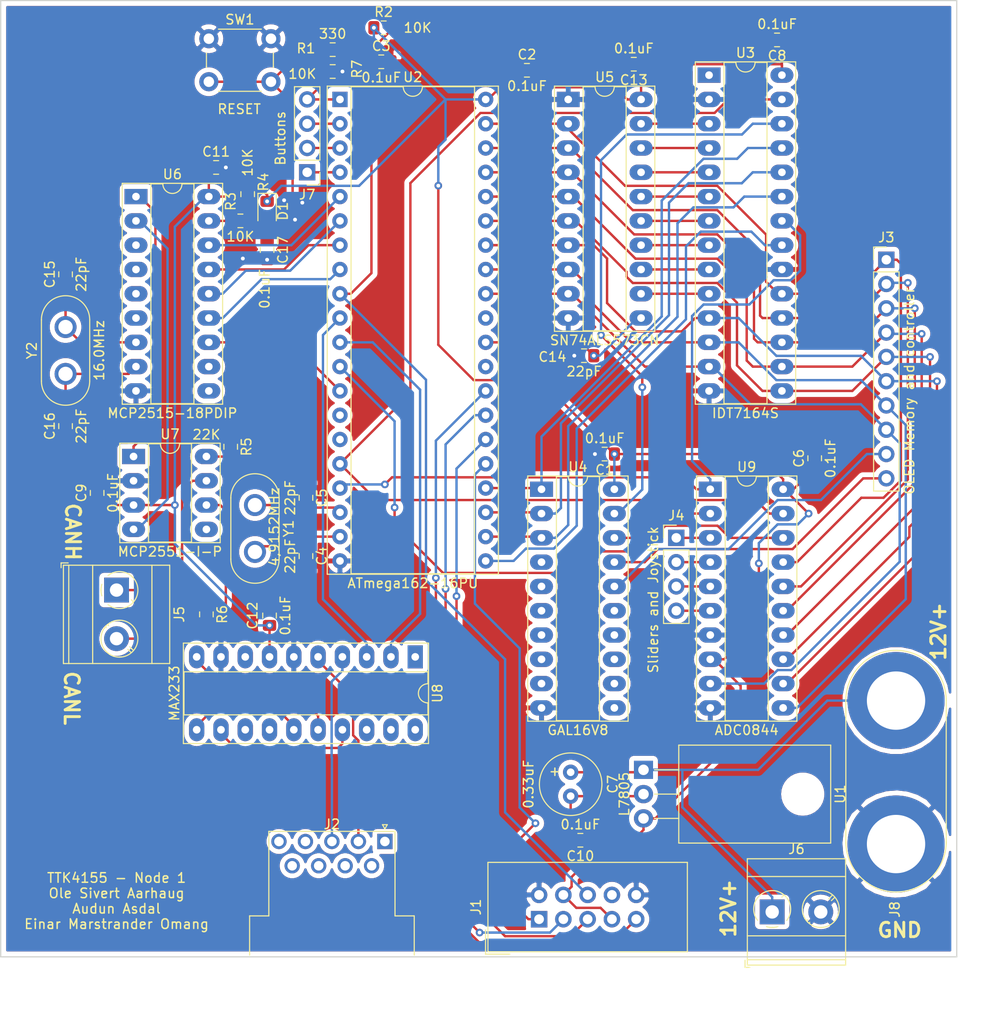
<source format=kicad_pcb>
(kicad_pcb (version 20171130) (host pcbnew "(5.1.2)-1")
  (layers (0 F.Cu signal) (31 B.Cu signal) (34 B.Paste user) (35 F.Paste user) (36 B.SilkS user) (37 F.SilkS user) (38 B.Mask user) (39 F.Mask user) (44 Edge.Cuts user))
  (net 0 "")
  (net 1 GND)
  (net 2 +5V)
  (net 3 /~RESET)
  (net 4 "Net-(C4-Pad1)")
  (net 5 "Net-(C5-Pad2)")
  (net 6 "Net-(C10-Pad2)")
  (net 7 +12V)
  (net 8 /LE)
  (net 9 "Net-(C15-Pad1)")
  (net 10 "Net-(C16-Pad2)")
  (net 11 /~RESETCAN)
  (net 12 /TDI)
  (net 13 "Net-(J1-Pad8)")
  (net 14 /TMS)
  (net 15 /TDO)
  (net 16 /TCK)
  (net 17 "Net-(J2-Pad9)")
  (net 18 "Net-(J2-Pad8)")
  (net 19 "Net-(J2-Pad7)")
  (net 20 "Net-(J2-Pad6)")
  (net 21 "Net-(J2-Pad5)")
  (net 22 "Net-(J2-Pad4)")
  (net 23 "Net-(J2-Pad3)")
  (net 24 "Net-(J2-Pad2)")
  (net 25 "Net-(J2-Pad1)")
  (net 26 /A7)
  (net 27 /A6)
  (net 28 /A5)
  (net 29 /A4)
  (net 30 /A3)
  (net 31 /A2)
  (net 32 /A1)
  (net 33 /A0)
  (net 34 "Net-(J4-Pad4)")
  (net 35 "Net-(J4-Pad3)")
  (net 36 "Net-(J4-Pad2)")
  (net 37 "Net-(J4-Pad1)")
  (net 38 /OLED_DATA)
  (net 39 /OLED_CMD)
  (net 40 "Net-(R3-Pad1)")
  (net 41 "Net-(R5-Pad2)")
  (net 42 /~OE)
  (net 43 /~WE)
  (net 44 "Net-(U2-Pad15)")
  (net 45 "Net-(U2-Pad14)")
  (net 46 /~CANINT)
  (net 47 /INT0)
  (net 48 "Net-(U2-Pad31)")
  (net 49 /TXD0)
  (net 50 /RXD0)
  (net 51 "Net-(U2-Pad29)")
  (net 52 /SCK)
  (net 53 /MISO)
  (net 54 /MOSI)
  (net 55 /~CS)
  (net 56 /A11)
  (net 57 /A10)
  (net 58 /A9)
  (net 59 /A8)
  (net 60 /CS_RAM)
  (net 61 "Net-(U3-Pad10)")
  (net 62 "Net-(U3-Pad9)")
  (net 63 "Net-(U3-Pad8)")
  (net 64 "Net-(U3-Pad7)")
  (net 65 "Net-(U3-Pad6)")
  (net 66 "Net-(U3-Pad4)")
  (net 67 "Net-(U3-Pad3)")
  (net 68 "Net-(U4-Pad9)")
  (net 69 /CS_ADC)
  (net 70 "Net-(U4-Pad8)")
  (net 71 "Net-(U4-Pad7)")
  (net 72 "Net-(U4-Pad6)")
  (net 73 "Net-(U4-Pad15)")
  (net 74 "Net-(U4-Pad5)")
  (net 75 "Net-(U4-Pad14)")
  (net 76 "Net-(U4-Pad13)")
  (net 77 "Net-(U4-Pad12)")
  (net 78 "Net-(U4-Pad11)")
  (net 79 "Net-(U6-Pad6)")
  (net 80 "Net-(U6-Pad5)")
  (net 81 "Net-(U6-Pad4)")
  (net 82 "Net-(U6-Pad3)")
  (net 83 "Net-(U6-Pad11)")
  (net 84 /RXCAN)
  (net 85 "Net-(U6-Pad10)")
  (net 86 /TXCAN)
  (net 87 "Net-(U7-Pad5)")
  (net 88 "Net-(U8-Pad20)")
  (net 89 "Net-(U8-Pad10)")
  (net 90 "Net-(U8-Pad19)")
  (net 91 "Net-(U8-Pad18)")
  (net 92 "Net-(U8-Pad8)")
  (net 93 "Net-(U8-Pad12)")
  (net 94 "Net-(U8-Pad11)")
  (net 95 "Net-(U8-Pad14)")
  (net 96 "Net-(U8-Pad13)")
  (net 97 "Net-(U8-Pad1)")
  (net 98 "Net-(U4-Pad4)")
  (net 99 "Net-(J5-Pad2)")
  (net 100 "Net-(J5-Pad1)")
  (net 101 "Net-(U3-Pad5)")
  (net 102 "Net-(J7-Pad4)")
  (net 103 "Net-(J7-Pad3)")
  (net 104 "Net-(J7-Pad2)")
  (net 105 "Net-(J7-Pad1)")
  (module Resistor_SMD:R_0805_2012Metric_Pad1.15x1.40mm_HandSolder (layer F.Cu) (at 76.962 39.243 180)
    (fp_text reference R7 (at -2.54 0.254 270) (layer F.SilkS))
    (fp_text value 10K (at 3.175 -0.254) (layer F.SilkS))
    (pad 2 smd roundrect (at 1.025 0 180) (size 1.15 1.4) (layers F.Cu F.Paste F.Mask) (roundrect_rratio 0.217391) (net 102 "Net-(J7-Pad4)"))
    (pad 1 smd roundrect (at -1.025 0 180) (size 1.15 1.4) (layers F.Cu F.Paste F.Mask) (roundrect_rratio 0.217391) (net 2 +5V))
  )
  (module TTK4155-Embedded-PCB:Banana_Jack_2Pin_15mm_spacing (layer F.Cu) (at 135.89 105.029 270)
    (fp_text reference J8 (at 21.844 0.127 90) (layer F.SilkS))
    (fp_text value BannanaJack)
    (pad 2 thru_hole circle (at 15 0 270) (size 10.16 10.16) (drill 6.1) (layers *.Cu *.Mask) (net 1 GND))
    (pad 1 thru_hole circle (at 0 0 270) (size 10.16 10.16) (drill 6.1) (layers *.Cu *.Mask) (net 7 +12V))
  )
  (module Connector_PinHeader_2.54mm:PinHeader_1x04_P2.54mm_Vertical (layer F.Cu) (at 74.295 49.784 180)
    (fp_text reference J7 (at 0 -2.33) (layer F.SilkS))
    (fp_text value Conn_01x04_Male hide)
    (pad 4 thru_hole oval (at 0 7.62 180) (size 1.7 1.7) (drill 1) (layers *.Cu *.Mask) (net 102 "Net-(J7-Pad4)"))
    (pad 3 thru_hole oval (at 0 5.08 180) (size 1.7 1.7) (drill 1) (layers *.Cu *.Mask) (net 103 "Net-(J7-Pad3)"))
    (pad 2 thru_hole oval (at 0 2.54 180) (size 1.7 1.7) (drill 1) (layers *.Cu *.Mask) (net 104 "Net-(J7-Pad2)"))
    (pad 1 thru_hole rect (at 0 0 180) (size 1.7 1.7) (drill 1) (layers *.Cu *.Mask) (net 105 "Net-(J7-Pad1)"))
  )
  (module TerminalBlock_MetzConnect:TerminalBlock_MetzConnect_Type073_RT02602HBLU_1x02_P5.08mm_Horizontal (layer F.Cu) (at 122.936 127.127)
    (fp_text reference J6 (at 2.54 -6.56) (layer F.SilkS))
    (fp_text value Screw_Terminal_01x02 hide)
    (pad 2 thru_hole circle (at 5.08 0) (size 2.6 2.6) (drill 1.4) (layers *.Cu *.Mask) (net 1 GND))
    (pad 1 thru_hole rect (at 0 0) (size 2.6 2.6) (drill 1.4) (layers *.Cu *.Mask) (net 7 +12V))
  )
  (module Connector_PinHeader_2.54mm:PinHeader_1x10_P2.54mm_Vertical (layer F.Cu) (at 134.874 58.928)
    (fp_text reference J3 (at 0 -2.33) (layer F.SilkS))
    (fp_text value Conn_01x10_Male hide)
    (pad 10 thru_hole oval (at 0 22.86) (size 1.7 1.7) (drill 1) (layers *.Cu *.Mask) (net 39 /OLED_CMD))
    (pad 9 thru_hole oval (at 0 20.32) (size 1.7 1.7) (drill 1) (layers *.Cu *.Mask) (net 38 /OLED_DATA))
    (pad 8 thru_hole oval (at 0 17.78) (size 1.7 1.7) (drill 1) (layers *.Cu *.Mask) (net 26 /A7))
    (pad 7 thru_hole oval (at 0 15.24) (size 1.7 1.7) (drill 1) (layers *.Cu *.Mask) (net 27 /A6))
    (pad 6 thru_hole oval (at 0 12.7) (size 1.7 1.7) (drill 1) (layers *.Cu *.Mask) (net 28 /A5))
    (pad 5 thru_hole oval (at 0 10.16) (size 1.7 1.7) (drill 1) (layers *.Cu *.Mask) (net 29 /A4))
    (pad 4 thru_hole oval (at 0 7.62) (size 1.7 1.7) (drill 1) (layers *.Cu *.Mask) (net 30 /A3))
    (pad 3 thru_hole oval (at 0 5.08) (size 1.7 1.7) (drill 1) (layers *.Cu *.Mask) (net 31 /A2))
    (pad 2 thru_hole oval (at 0 2.54) (size 1.7 1.7) (drill 1) (layers *.Cu *.Mask) (net 32 /A1))
    (pad 1 thru_hole rect (at 0 0) (size 1.7 1.7) (drill 1) (layers *.Cu *.Mask) (net 33 /A0))
  )
  (module TerminalBlock_MetzConnect:TerminalBlock_MetzConnect_Type073_RT02602HBLU_1x02_P5.08mm_Horizontal (layer F.Cu) (at 54.356 93.472 270)
    (fp_text reference J5 (at 2.54 -6.56 90) (layer F.SilkS))
    (fp_text value Screw_Terminal_01x02 hide)
    (pad 2 thru_hole circle (at 5.08 0 270) (size 2.6 2.6) (drill 1.4) (layers *.Cu *.Mask) (net 99 "Net-(J5-Pad2)"))
    (pad 1 thru_hole rect (at 0 0 270) (size 2.6 2.6) (drill 1.4) (layers *.Cu *.Mask) (net 100 "Net-(J5-Pad1)"))
  )
  (module Connector_PinHeader_2.54mm:PinHeader_1x04_P2.54mm_Vertical (layer F.Cu) (at 112.903 88.011)
    (fp_text reference J4 (at 0 -2.33) (layer F.SilkS))
    (fp_text value Conn_01x04_Male hide)
    (pad 4 thru_hole oval (at 0 7.62) (size 1.7 1.7) (drill 1) (layers *.Cu *.Mask) (net 34 "Net-(J4-Pad4)"))
    (pad 3 thru_hole oval (at 0 5.08) (size 1.7 1.7) (drill 1) (layers *.Cu *.Mask) (net 35 "Net-(J4-Pad3)"))
    (pad 2 thru_hole oval (at 0 2.54) (size 1.7 1.7) (drill 1) (layers *.Cu *.Mask) (net 36 "Net-(J4-Pad2)"))
    (pad 1 thru_hole rect (at 0 0) (size 1.7 1.7) (drill 1) (layers *.Cu *.Mask) (net 37 "Net-(J4-Pad1)"))
  )
  (module Resistor_SMD:R_0805_2012Metric_Pad1.15x1.40mm_HandSolder (layer F.Cu) (at 63.754 96.012 270)
    (fp_text reference R6 (at 0 -1.65 90) (layer F.SilkS))
    (fp_text value 60R)
    (pad 2 smd roundrect (at 1.025 0 270) (size 1.15 1.4) (layers F.Cu F.Paste F.Mask) (roundrect_rratio 0.217391) (net 99 "Net-(J5-Pad2)"))
    (pad 1 smd roundrect (at -1.025 0 270) (size 1.15 1.4) (layers F.Cu F.Paste F.Mask) (roundrect_rratio 0.217391) (net 100 "Net-(J5-Pad1)"))
  )
  (module Package_DIP:DIP-28_W7.62mm_Socket_LongPads (layer F.Cu) (at 116.332 39.624)
    (fp_text reference U3 (at 3.81 -2.33) (layer F.SilkS))
    (fp_text value IDT7164S (at 3.81 35.35) (layer F.SilkS))
    (pad 28 thru_hole oval (at 7.62 0) (size 2.4 1.6) (drill 0.8) (layers *.Cu *.Mask) (net 2 +5V))
    (pad 14 thru_hole oval (at 0 33.02) (size 2.4 1.6) (drill 0.8) (layers *.Cu *.Mask) (net 1 GND))
    (pad 27 thru_hole oval (at 7.62 2.54) (size 2.4 1.6) (drill 0.8) (layers *.Cu *.Mask) (net 43 /~WE))
    (pad 13 thru_hole oval (at 0 30.48) (size 2.4 1.6) (drill 0.8) (layers *.Cu *.Mask) (net 26 /A7))
    (pad 26 thru_hole oval (at 7.62 5.08) (size 2.4 1.6) (drill 0.8) (layers *.Cu *.Mask) (net 60 /CS_RAM))
    (pad 12 thru_hole oval (at 0 27.94) (size 2.4 1.6) (drill 0.8) (layers *.Cu *.Mask) (net 27 /A6))
    (pad 25 thru_hole oval (at 7.62 7.62) (size 2.4 1.6) (drill 0.8) (layers *.Cu *.Mask) (net 56 /A11))
    (pad 11 thru_hole oval (at 0 25.4) (size 2.4 1.6) (drill 0.8) (layers *.Cu *.Mask) (net 28 /A5))
    (pad 24 thru_hole oval (at 7.62 10.16) (size 2.4 1.6) (drill 0.8) (layers *.Cu *.Mask) (net 57 /A10))
    (pad 10 thru_hole oval (at 0 22.86) (size 2.4 1.6) (drill 0.8) (layers *.Cu *.Mask) (net 61 "Net-(U3-Pad10)"))
    (pad 23 thru_hole oval (at 7.62 12.7) (size 2.4 1.6) (drill 0.8) (layers *.Cu *.Mask) (net 58 /A9))
    (pad 9 thru_hole oval (at 0 20.32) (size 2.4 1.6) (drill 0.8) (layers *.Cu *.Mask) (net 62 "Net-(U3-Pad9)"))
    (pad 22 thru_hole oval (at 7.62 15.24) (size 2.4 1.6) (drill 0.8) (layers *.Cu *.Mask) (net 42 /~OE))
    (pad 8 thru_hole oval (at 0 17.78) (size 2.4 1.6) (drill 0.8) (layers *.Cu *.Mask) (net 63 "Net-(U3-Pad8)"))
    (pad 21 thru_hole oval (at 7.62 17.78) (size 2.4 1.6) (drill 0.8) (layers *.Cu *.Mask) (net 59 /A8))
    (pad 7 thru_hole oval (at 0 15.24) (size 2.4 1.6) (drill 0.8) (layers *.Cu *.Mask) (net 64 "Net-(U3-Pad7)"))
    (pad 20 thru_hole oval (at 7.62 20.32) (size 2.4 1.6) (drill 0.8) (layers *.Cu *.Mask) (net 1 GND))
    (pad 6 thru_hole oval (at 0 12.7) (size 2.4 1.6) (drill 0.8) (layers *.Cu *.Mask) (net 65 "Net-(U3-Pad6)"))
    (pad 19 thru_hole oval (at 7.62 22.86) (size 2.4 1.6) (drill 0.8) (layers *.Cu *.Mask) (net 33 /A0))
    (pad 5 thru_hole oval (at 0 10.16) (size 2.4 1.6) (drill 0.8) (layers *.Cu *.Mask) (net 101 "Net-(U3-Pad5)"))
    (pad 18 thru_hole oval (at 7.62 25.4) (size 2.4 1.6) (drill 0.8) (layers *.Cu *.Mask) (net 32 /A1))
    (pad 4 thru_hole oval (at 0 7.62) (size 2.4 1.6) (drill 0.8) (layers *.Cu *.Mask) (net 66 "Net-(U3-Pad4)"))
    (pad 17 thru_hole oval (at 7.62 27.94) (size 2.4 1.6) (drill 0.8) (layers *.Cu *.Mask) (net 31 /A2))
    (pad 3 thru_hole oval (at 0 5.08) (size 2.4 1.6) (drill 0.8) (layers *.Cu *.Mask) (net 67 "Net-(U3-Pad3)"))
    (pad 16 thru_hole oval (at 7.62 30.48) (size 2.4 1.6) (drill 0.8) (layers *.Cu *.Mask) (net 30 /A3))
    (pad 2 thru_hole oval (at 0 2.54) (size 2.4 1.6) (drill 0.8) (layers *.Cu *.Mask) (net 1 GND))
    (pad 15 thru_hole oval (at 7.62 33.02) (size 2.4 1.6) (drill 0.8) (layers *.Cu *.Mask) (net 29 /A4))
    (pad 1 thru_hole rect (at 0 0) (size 2.4 1.6) (drill 0.8) (layers *.Cu *.Mask))
  )
  (module Package_DIP:DIP-20_W7.62mm_Socket_LongPads (layer F.Cu) (at 101.6 42.164)
    (fp_text reference U5 (at 3.81 -2.33) (layer F.SilkS))
    (fp_text value SN74ALS573CN (at 3.81 25.19) (layer F.SilkS))
    (pad 20 thru_hole oval (at 7.62 0) (size 2.4 1.6) (drill 0.8) (layers *.Cu *.Mask) (net 2 +5V))
    (pad 10 thru_hole oval (at 0 22.86) (size 2.4 1.6) (drill 0.8) (layers *.Cu *.Mask) (net 1 GND))
    (pad 19 thru_hole oval (at 7.62 2.54) (size 2.4 1.6) (drill 0.8) (layers *.Cu *.Mask) (net 67 "Net-(U3-Pad3)"))
    (pad 9 thru_hole oval (at 0 20.32) (size 2.4 1.6) (drill 0.8) (layers *.Cu *.Mask) (net 26 /A7))
    (pad 18 thru_hole oval (at 7.62 5.08) (size 2.4 1.6) (drill 0.8) (layers *.Cu *.Mask) (net 66 "Net-(U3-Pad4)"))
    (pad 8 thru_hole oval (at 0 17.78) (size 2.4 1.6) (drill 0.8) (layers *.Cu *.Mask) (net 27 /A6))
    (pad 17 thru_hole oval (at 7.62 7.62) (size 2.4 1.6) (drill 0.8) (layers *.Cu *.Mask) (net 101 "Net-(U3-Pad5)"))
    (pad 7 thru_hole oval (at 0 15.24) (size 2.4 1.6) (drill 0.8) (layers *.Cu *.Mask) (net 28 /A5))
    (pad 16 thru_hole oval (at 7.62 10.16) (size 2.4 1.6) (drill 0.8) (layers *.Cu *.Mask) (net 65 "Net-(U3-Pad6)"))
    (pad 6 thru_hole oval (at 0 12.7) (size 2.4 1.6) (drill 0.8) (layers *.Cu *.Mask) (net 29 /A4))
    (pad 15 thru_hole oval (at 7.62 12.7) (size 2.4 1.6) (drill 0.8) (layers *.Cu *.Mask) (net 64 "Net-(U3-Pad7)"))
    (pad 5 thru_hole oval (at 0 10.16) (size 2.4 1.6) (drill 0.8) (layers *.Cu *.Mask) (net 30 /A3))
    (pad 14 thru_hole oval (at 7.62 15.24) (size 2.4 1.6) (drill 0.8) (layers *.Cu *.Mask) (net 63 "Net-(U3-Pad8)"))
    (pad 4 thru_hole oval (at 0 7.62) (size 2.4 1.6) (drill 0.8) (layers *.Cu *.Mask) (net 31 /A2))
    (pad 13 thru_hole oval (at 7.62 17.78) (size 2.4 1.6) (drill 0.8) (layers *.Cu *.Mask) (net 62 "Net-(U3-Pad9)"))
    (pad 3 thru_hole oval (at 0 5.08) (size 2.4 1.6) (drill 0.8) (layers *.Cu *.Mask) (net 32 /A1))
    (pad 12 thru_hole oval (at 7.62 20.32) (size 2.4 1.6) (drill 0.8) (layers *.Cu *.Mask) (net 61 "Net-(U3-Pad10)"))
    (pad 2 thru_hole oval (at 0 2.54) (size 2.4 1.6) (drill 0.8) (layers *.Cu *.Mask) (net 33 /A0))
    (pad 11 thru_hole oval (at 7.62 22.86) (size 2.4 1.6) (drill 0.8) (layers *.Cu *.Mask) (net 8 /LE))
    (pad 1 thru_hole rect (at 0 0) (size 2.4 1.6) (drill 0.8) (layers *.Cu *.Mask) (net 1 GND))
  )
  (module Crystal:Crystal_HC50_Vertical (layer F.Cu) (at 49.022 70.866 90)
    (fp_text reference Y2 (at 2.45 -3.525 90) (layer F.SilkS))
    (fp_text value 16.0MHz (at 2.45 3.525 90) (layer F.SilkS))
    (pad 2 thru_hole circle (at 4.9 0 90) (size 2.3 2.3) (drill 1.5) (layers *.Cu *.Mask) (net 9 "Net-(C15-Pad1)"))
    (pad 1 thru_hole circle (at 0 0 90) (size 2.3 2.3) (drill 1.5) (layers *.Cu *.Mask) (net 10 "Net-(C16-Pad2)"))
  )
  (module Crystal:Crystal_HC50_Vertical (layer F.Cu) (at 68.834 84.582 270)
    (fp_text reference Y1 (at 2.45 -3.525 90) (layer F.SilkS))
    (fp_text value 4,9152MHz (at 2.286 -2.032 90) (layer F.SilkS))
    (pad 2 thru_hole circle (at 4.9 0 270) (size 2.3 2.3) (drill 1.5) (layers *.Cu *.Mask) (net 4 "Net-(C4-Pad1)"))
    (pad 1 thru_hole circle (at 0 0 270) (size 2.3 2.3) (drill 1.5) (layers *.Cu *.Mask) (net 5 "Net-(C5-Pad2)"))
  )
  (module Package_DIP:DIP-20_W7.62mm_Socket_LongPads (layer F.Cu) (at 116.459 82.931)
    (fp_text reference U9 (at 3.81 -2.33) (layer F.SilkS))
    (fp_text value ADC0844 (at 3.81 25.19) (layer F.SilkS))
    (pad 20 thru_hole oval (at 7.62 0) (size 2.4 1.6) (drill 0.8) (layers *.Cu *.Mask) (net 2 +5V))
    (pad 10 thru_hole oval (at 0 22.86) (size 2.4 1.6) (drill 0.8) (layers *.Cu *.Mask) (net 1 GND))
    (pad 19 thru_hole oval (at 7.62 2.54) (size 2.4 1.6) (drill 0.8) (layers *.Cu *.Mask) (net 43 /~WE))
    (pad 9 thru_hole oval (at 0 20.32) (size 2.4 1.6) (drill 0.8) (layers *.Cu *.Mask) (net 26 /A7))
    (pad 18 thru_hole oval (at 7.62 5.08) (size 2.4 1.6) (drill 0.8) (layers *.Cu *.Mask) (net 47 /INT0))
    (pad 8 thru_hole oval (at 0 17.78) (size 2.4 1.6) (drill 0.8) (layers *.Cu *.Mask) (net 2 +5V))
    (pad 17 thru_hole oval (at 7.62 7.62) (size 2.4 1.6) (drill 0.8) (layers *.Cu *.Mask) (net 33 /A0))
    (pad 7 thru_hole oval (at 0 15.24) (size 2.4 1.6) (drill 0.8) (layers *.Cu *.Mask) (net 1 GND))
    (pad 16 thru_hole oval (at 7.62 10.16) (size 2.4 1.6) (drill 0.8) (layers *.Cu *.Mask) (net 32 /A1))
    (pad 6 thru_hole oval (at 0 12.7) (size 2.4 1.6) (drill 0.8) (layers *.Cu *.Mask) (net 34 "Net-(J4-Pad4)"))
    (pad 15 thru_hole oval (at 7.62 12.7) (size 2.4 1.6) (drill 0.8) (layers *.Cu *.Mask) (net 31 /A2))
    (pad 5 thru_hole oval (at 0 10.16) (size 2.4 1.6) (drill 0.8) (layers *.Cu *.Mask) (net 35 "Net-(J4-Pad3)"))
    (pad 14 thru_hole oval (at 7.62 15.24) (size 2.4 1.6) (drill 0.8) (layers *.Cu *.Mask) (net 30 /A3))
    (pad 4 thru_hole oval (at 0 7.62) (size 2.4 1.6) (drill 0.8) (layers *.Cu *.Mask) (net 36 "Net-(J4-Pad2)"))
    (pad 13 thru_hole oval (at 7.62 17.78) (size 2.4 1.6) (drill 0.8) (layers *.Cu *.Mask) (net 29 /A4))
    (pad 3 thru_hole oval (at 0 5.08) (size 2.4 1.6) (drill 0.8) (layers *.Cu *.Mask) (net 37 "Net-(J4-Pad1)"))
    (pad 12 thru_hole oval (at 7.62 20.32) (size 2.4 1.6) (drill 0.8) (layers *.Cu *.Mask) (net 28 /A5))
    (pad 2 thru_hole oval (at 0 2.54) (size 2.4 1.6) (drill 0.8) (layers *.Cu *.Mask) (net 69 /CS_ADC))
    (pad 11 thru_hole oval (at 7.62 22.86) (size 2.4 1.6) (drill 0.8) (layers *.Cu *.Mask) (net 27 /A6))
    (pad 1 thru_hole rect (at 0 0) (size 2.4 1.6) (drill 0.8) (layers *.Cu *.Mask) (net 42 /~OE))
  )
  (module Package_DIP:DIP-20_W7.62mm_Socket_LongPads (layer F.Cu) (at 85.598 100.457 270)
    (fp_text reference U8 (at 3.81 -2.33 90) (layer F.SilkS))
    (fp_text value MAX233 (at 3.81 25.19 90) (layer F.SilkS))
    (pad 20 thru_hole oval (at 7.62 0 270) (size 2.4 1.6) (drill 0.8) (layers *.Cu *.Mask) (net 88 "Net-(U8-Pad20)"))
    (pad 10 thru_hole oval (at 0 22.86 270) (size 2.4 1.6) (drill 0.8) (layers *.Cu *.Mask) (net 89 "Net-(U8-Pad10)"))
    (pad 19 thru_hole oval (at 7.62 2.54 270) (size 2.4 1.6) (drill 0.8) (layers *.Cu *.Mask) (net 90 "Net-(U8-Pad19)"))
    (pad 9 thru_hole oval (at 0 20.32 270) (size 2.4 1.6) (drill 0.8) (layers *.Cu *.Mask) (net 1 GND))
    (pad 18 thru_hole oval (at 7.62 5.08 270) (size 2.4 1.6) (drill 0.8) (layers *.Cu *.Mask) (net 91 "Net-(U8-Pad18)"))
    (pad 8 thru_hole oval (at 0 17.78 270) (size 2.4 1.6) (drill 0.8) (layers *.Cu *.Mask) (net 92 "Net-(U8-Pad8)"))
    (pad 17 thru_hole oval (at 7.62 7.62 270) (size 2.4 1.6) (drill 0.8) (layers *.Cu *.Mask) (net 93 "Net-(U8-Pad12)"))
    (pad 7 thru_hole oval (at 0 15.24 270) (size 2.4 1.6) (drill 0.8) (layers *.Cu *.Mask) (net 2 +5V))
    (pad 16 thru_hole oval (at 7.62 10.16 270) (size 2.4 1.6) (drill 0.8) (layers *.Cu *.Mask) (net 89 "Net-(U8-Pad10)"))
    (pad 6 thru_hole oval (at 0 12.7 270) (size 2.4 1.6) (drill 0.8) (layers *.Cu *.Mask) (net 1 GND))
    (pad 15 thru_hole oval (at 7.62 12.7 270) (size 2.4 1.6) (drill 0.8) (layers *.Cu *.Mask) (net 94 "Net-(U8-Pad11)"))
    (pad 5 thru_hole oval (at 0 10.16 270) (size 2.4 1.6) (drill 0.8) (layers *.Cu *.Mask) (net 24 "Net-(J2-Pad2)"))
    (pad 14 thru_hole oval (at 7.62 15.24 270) (size 2.4 1.6) (drill 0.8) (layers *.Cu *.Mask) (net 95 "Net-(U8-Pad14)"))
    (pad 4 thru_hole oval (at 0 7.62 270) (size 2.4 1.6) (drill 0.8) (layers *.Cu *.Mask) (net 23 "Net-(J2-Pad3)"))
    (pad 13 thru_hole oval (at 7.62 17.78 270) (size 2.4 1.6) (drill 0.8) (layers *.Cu *.Mask) (net 96 "Net-(U8-Pad13)"))
    (pad 3 thru_hole oval (at 0 5.08 270) (size 2.4 1.6) (drill 0.8) (layers *.Cu *.Mask) (net 50 /RXD0))
    (pad 12 thru_hole oval (at 7.62 20.32 270) (size 2.4 1.6) (drill 0.8) (layers *.Cu *.Mask) (net 93 "Net-(U8-Pad12)"))
    (pad 2 thru_hole oval (at 0 2.54 270) (size 2.4 1.6) (drill 0.8) (layers *.Cu *.Mask) (net 49 /TXD0))
    (pad 11 thru_hole oval (at 7.62 22.86 270) (size 2.4 1.6) (drill 0.8) (layers *.Cu *.Mask) (net 94 "Net-(U8-Pad11)"))
    (pad 1 thru_hole rect (at 0 0 270) (size 2.4 1.6) (drill 0.8) (layers *.Cu *.Mask) (net 97 "Net-(U8-Pad1)"))
  )
  (module Package_DIP:DIP-8_W7.62mm_Socket_LongPads (layer F.Cu) (at 56.134 79.502)
    (fp_text reference U7 (at 3.81 -2.33) (layer F.SilkS))
    (fp_text value MCP2551-I-P (at 3.81 9.95) (layer F.SilkS))
    (pad 8 thru_hole oval (at 7.62 0) (size 2.4 1.6) (drill 0.8) (layers *.Cu *.Mask) (net 41 "Net-(R5-Pad2)"))
    (pad 4 thru_hole oval (at 0 7.62) (size 2.4 1.6) (drill 0.8) (layers *.Cu *.Mask) (net 84 /RXCAN))
    (pad 7 thru_hole oval (at 7.62 2.54) (size 2.4 1.6) (drill 0.8) (layers *.Cu *.Mask) (net 100 "Net-(J5-Pad1)"))
    (pad 3 thru_hole oval (at 0 5.08) (size 2.4 1.6) (drill 0.8) (layers *.Cu *.Mask) (net 2 +5V))
    (pad 6 thru_hole oval (at 7.62 5.08) (size 2.4 1.6) (drill 0.8) (layers *.Cu *.Mask) (net 99 "Net-(J5-Pad2)"))
    (pad 2 thru_hole oval (at 0 2.54) (size 2.4 1.6) (drill 0.8) (layers *.Cu *.Mask) (net 1 GND))
    (pad 5 thru_hole oval (at 7.62 7.62) (size 2.4 1.6) (drill 0.8) (layers *.Cu *.Mask) (net 87 "Net-(U7-Pad5)"))
    (pad 1 thru_hole rect (at 0 0) (size 2.4 1.6) (drill 0.8) (layers *.Cu *.Mask) (net 86 /TXCAN))
  )
  (module Package_DIP:DIP-18_W7.62mm_Socket_LongPads (layer F.Cu) (at 56.388 52.324)
    (fp_text reference U6 (at 3.81 -2.33) (layer F.SilkS))
    (fp_text value MCP2515-18PDIP (at 3.81 22.65) (layer F.SilkS))
    (pad 18 thru_hole oval (at 7.62 0) (size 2.4 1.6) (drill 0.8) (layers *.Cu *.Mask) (net 2 +5V))
    (pad 9 thru_hole oval (at 0 20.32) (size 2.4 1.6) (drill 0.8) (layers *.Cu *.Mask) (net 1 GND))
    (pad 17 thru_hole oval (at 7.62 2.54) (size 2.4 1.6) (drill 0.8) (layers *.Cu *.Mask) (net 40 "Net-(R3-Pad1)"))
    (pad 8 thru_hole oval (at 0 17.78) (size 2.4 1.6) (drill 0.8) (layers *.Cu *.Mask) (net 10 "Net-(C16-Pad2)"))
    (pad 16 thru_hole oval (at 7.62 5.08) (size 2.4 1.6) (drill 0.8) (layers *.Cu *.Mask) (net 55 /~CS))
    (pad 7 thru_hole oval (at 0 15.24) (size 2.4 1.6) (drill 0.8) (layers *.Cu *.Mask) (net 9 "Net-(C15-Pad1)"))
    (pad 15 thru_hole oval (at 7.62 7.62) (size 2.4 1.6) (drill 0.8) (layers *.Cu *.Mask) (net 53 /MISO))
    (pad 6 thru_hole oval (at 0 12.7) (size 2.4 1.6) (drill 0.8) (layers *.Cu *.Mask) (net 79 "Net-(U6-Pad6)"))
    (pad 14 thru_hole oval (at 7.62 10.16) (size 2.4 1.6) (drill 0.8) (layers *.Cu *.Mask) (net 54 /MOSI))
    (pad 5 thru_hole oval (at 0 10.16) (size 2.4 1.6) (drill 0.8) (layers *.Cu *.Mask) (net 80 "Net-(U6-Pad5)"))
    (pad 13 thru_hole oval (at 7.62 12.7) (size 2.4 1.6) (drill 0.8) (layers *.Cu *.Mask) (net 52 /SCK))
    (pad 4 thru_hole oval (at 0 7.62) (size 2.4 1.6) (drill 0.8) (layers *.Cu *.Mask) (net 81 "Net-(U6-Pad4)"))
    (pad 12 thru_hole oval (at 7.62 15.24) (size 2.4 1.6) (drill 0.8) (layers *.Cu *.Mask) (net 46 /~CANINT))
    (pad 3 thru_hole oval (at 0 5.08) (size 2.4 1.6) (drill 0.8) (layers *.Cu *.Mask) (net 82 "Net-(U6-Pad3)"))
    (pad 11 thru_hole oval (at 7.62 17.78) (size 2.4 1.6) (drill 0.8) (layers *.Cu *.Mask) (net 83 "Net-(U6-Pad11)"))
    (pad 2 thru_hole oval (at 0 2.54) (size 2.4 1.6) (drill 0.8) (layers *.Cu *.Mask) (net 84 /RXCAN))
    (pad 10 thru_hole oval (at 7.62 20.32) (size 2.4 1.6) (drill 0.8) (layers *.Cu *.Mask) (net 85 "Net-(U6-Pad10)"))
    (pad 1 thru_hole rect (at 0 0) (size 2.4 1.6) (drill 0.8) (layers *.Cu *.Mask) (net 86 /TXCAN))
  )
  (module Package_DIP:DIP-20_W7.62mm_Socket_LongPads (layer F.Cu) (at 98.806 82.931)
    (fp_text reference U4 (at 3.81 -2.33) (layer F.SilkS))
    (fp_text value GAL16V8 (at 3.81 25.19) (layer F.SilkS))
    (pad 20 thru_hole oval (at 7.62 0) (size 2.4 1.6) (drill 0.8) (layers *.Cu *.Mask) (net 2 +5V))
    (pad 10 thru_hole oval (at 0 22.86) (size 2.4 1.6) (drill 0.8) (layers *.Cu *.Mask) (net 1 GND))
    (pad 19 thru_hole oval (at 7.62 2.54) (size 2.4 1.6) (drill 0.8) (layers *.Cu *.Mask) (net 60 /CS_RAM))
    (pad 9 thru_hole oval (at 0 20.32) (size 2.4 1.6) (drill 0.8) (layers *.Cu *.Mask) (net 68 "Net-(U4-Pad9)"))
    (pad 18 thru_hole oval (at 7.62 5.08) (size 2.4 1.6) (drill 0.8) (layers *.Cu *.Mask) (net 69 /CS_ADC))
    (pad 8 thru_hole oval (at 0 17.78) (size 2.4 1.6) (drill 0.8) (layers *.Cu *.Mask) (net 70 "Net-(U4-Pad8)"))
    (pad 17 thru_hole oval (at 7.62 7.62) (size 2.4 1.6) (drill 0.8) (layers *.Cu *.Mask) (net 39 /OLED_CMD))
    (pad 7 thru_hole oval (at 0 15.24) (size 2.4 1.6) (drill 0.8) (layers *.Cu *.Mask) (net 71 "Net-(U4-Pad7)"))
    (pad 16 thru_hole oval (at 7.62 10.16) (size 2.4 1.6) (drill 0.8) (layers *.Cu *.Mask) (net 38 /OLED_DATA))
    (pad 6 thru_hole oval (at 0 12.7) (size 2.4 1.6) (drill 0.8) (layers *.Cu *.Mask) (net 72 "Net-(U4-Pad6)"))
    (pad 15 thru_hole oval (at 7.62 12.7) (size 2.4 1.6) (drill 0.8) (layers *.Cu *.Mask) (net 73 "Net-(U4-Pad15)"))
    (pad 5 thru_hole oval (at 0 10.16) (size 2.4 1.6) (drill 0.8) (layers *.Cu *.Mask) (net 74 "Net-(U4-Pad5)"))
    (pad 14 thru_hole oval (at 7.62 15.24) (size 2.4 1.6) (drill 0.8) (layers *.Cu *.Mask) (net 75 "Net-(U4-Pad14)"))
    (pad 4 thru_hole oval (at 0 7.62) (size 2.4 1.6) (drill 0.8) (layers *.Cu *.Mask) (net 98 "Net-(U4-Pad4)"))
    (pad 13 thru_hole oval (at 7.62 17.78) (size 2.4 1.6) (drill 0.8) (layers *.Cu *.Mask) (net 76 "Net-(U4-Pad13)"))
    (pad 3 thru_hole oval (at 0 5.08) (size 2.4 1.6) (drill 0.8) (layers *.Cu *.Mask) (net 58 /A9))
    (pad 12 thru_hole oval (at 7.62 20.32) (size 2.4 1.6) (drill 0.8) (layers *.Cu *.Mask) (net 77 "Net-(U4-Pad12)"))
    (pad 2 thru_hole oval (at 0 2.54) (size 2.4 1.6) (drill 0.8) (layers *.Cu *.Mask) (net 57 /A10))
    (pad 11 thru_hole oval (at 7.62 22.86) (size 2.4 1.6) (drill 0.8) (layers *.Cu *.Mask) (net 78 "Net-(U4-Pad11)"))
    (pad 1 thru_hole rect (at 0 0) (size 2.4 1.6) (drill 0.8) (layers *.Cu *.Mask) (net 56 /A11))
  )
  (module Package_DIP:DIP-40_W15.24mm_Socket (layer F.Cu) (at 77.724 42.164)
    (fp_text reference U2 (at 7.62 -2.33) (layer F.SilkS))
    (fp_text value ATmega162-16PU (at 7.62 50.59) (layer F.SilkS))
    (pad 40 thru_hole oval (at 15.24 0) (size 1.6 1.6) (drill 0.8) (layers *.Cu *.Mask) (net 2 +5V))
    (pad 20 thru_hole oval (at 0 48.26) (size 1.6 1.6) (drill 0.8) (layers *.Cu *.Mask) (net 1 GND))
    (pad 39 thru_hole oval (at 15.24 2.54) (size 1.6 1.6) (drill 0.8) (layers *.Cu *.Mask) (net 33 /A0))
    (pad 19 thru_hole oval (at 0 45.72) (size 1.6 1.6) (drill 0.8) (layers *.Cu *.Mask) (net 4 "Net-(C4-Pad1)"))
    (pad 38 thru_hole oval (at 15.24 5.08) (size 1.6 1.6) (drill 0.8) (layers *.Cu *.Mask) (net 32 /A1))
    (pad 18 thru_hole oval (at 0 43.18) (size 1.6 1.6) (drill 0.8) (layers *.Cu *.Mask) (net 5 "Net-(C5-Pad2)"))
    (pad 37 thru_hole oval (at 15.24 7.62) (size 1.6 1.6) (drill 0.8) (layers *.Cu *.Mask) (net 31 /A2))
    (pad 17 thru_hole oval (at 0 40.64) (size 1.6 1.6) (drill 0.8) (layers *.Cu *.Mask) (net 42 /~OE))
    (pad 36 thru_hole oval (at 15.24 10.16) (size 1.6 1.6) (drill 0.8) (layers *.Cu *.Mask) (net 30 /A3))
    (pad 16 thru_hole oval (at 0 38.1) (size 1.6 1.6) (drill 0.8) (layers *.Cu *.Mask) (net 43 /~WE))
    (pad 35 thru_hole oval (at 15.24 12.7) (size 1.6 1.6) (drill 0.8) (layers *.Cu *.Mask) (net 29 /A4))
    (pad 15 thru_hole oval (at 0 35.56) (size 1.6 1.6) (drill 0.8) (layers *.Cu *.Mask) (net 44 "Net-(U2-Pad15)"))
    (pad 34 thru_hole oval (at 15.24 15.24) (size 1.6 1.6) (drill 0.8) (layers *.Cu *.Mask) (net 28 /A5))
    (pad 14 thru_hole oval (at 0 33.02) (size 1.6 1.6) (drill 0.8) (layers *.Cu *.Mask) (net 45 "Net-(U2-Pad14)"))
    (pad 33 thru_hole oval (at 15.24 17.78) (size 1.6 1.6) (drill 0.8) (layers *.Cu *.Mask) (net 27 /A6))
    (pad 13 thru_hole oval (at 0 30.48) (size 1.6 1.6) (drill 0.8) (layers *.Cu *.Mask) (net 46 /~CANINT))
    (pad 32 thru_hole oval (at 15.24 20.32) (size 1.6 1.6) (drill 0.8) (layers *.Cu *.Mask) (net 26 /A7))
    (pad 12 thru_hole oval (at 0 27.94) (size 1.6 1.6) (drill 0.8) (layers *.Cu *.Mask) (net 47 /INT0))
    (pad 31 thru_hole oval (at 15.24 22.86) (size 1.6 1.6) (drill 0.8) (layers *.Cu *.Mask) (net 48 "Net-(U2-Pad31)"))
    (pad 11 thru_hole oval (at 0 25.4) (size 1.6 1.6) (drill 0.8) (layers *.Cu *.Mask) (net 49 /TXD0))
    (pad 30 thru_hole oval (at 15.24 25.4) (size 1.6 1.6) (drill 0.8) (layers *.Cu *.Mask) (net 8 /LE))
    (pad 10 thru_hole oval (at 0 22.86) (size 1.6 1.6) (drill 0.8) (layers *.Cu *.Mask) (net 50 /RXD0))
    (pad 29 thru_hole oval (at 15.24 27.94) (size 1.6 1.6) (drill 0.8) (layers *.Cu *.Mask) (net 51 "Net-(U2-Pad29)"))
    (pad 9 thru_hole oval (at 0 20.32) (size 1.6 1.6) (drill 0.8) (layers *.Cu *.Mask) (net 3 /~RESET))
    (pad 28 thru_hole oval (at 15.24 30.48) (size 1.6 1.6) (drill 0.8) (layers *.Cu *.Mask) (net 12 /TDI))
    (pad 8 thru_hole oval (at 0 17.78) (size 1.6 1.6) (drill 0.8) (layers *.Cu *.Mask) (net 52 /SCK))
    (pad 27 thru_hole oval (at 15.24 33.02) (size 1.6 1.6) (drill 0.8) (layers *.Cu *.Mask) (net 15 /TDO))
    (pad 7 thru_hole oval (at 0 15.24) (size 1.6 1.6) (drill 0.8) (layers *.Cu *.Mask) (net 53 /MISO))
    (pad 26 thru_hole oval (at 15.24 35.56) (size 1.6 1.6) (drill 0.8) (layers *.Cu *.Mask) (net 14 /TMS))
    (pad 6 thru_hole oval (at 0 12.7) (size 1.6 1.6) (drill 0.8) (layers *.Cu *.Mask) (net 54 /MOSI))
    (pad 25 thru_hole oval (at 15.24 38.1) (size 1.6 1.6) (drill 0.8) (layers *.Cu *.Mask) (net 16 /TCK))
    (pad 5 thru_hole oval (at 0 10.16) (size 1.6 1.6) (drill 0.8) (layers *.Cu *.Mask) (net 55 /~CS))
    (pad 24 thru_hole oval (at 15.24 40.64) (size 1.6 1.6) (drill 0.8) (layers *.Cu *.Mask) (net 56 /A11))
    (pad 4 thru_hole oval (at 0 7.62) (size 1.6 1.6) (drill 0.8) (layers *.Cu *.Mask) (net 105 "Net-(J7-Pad1)"))
    (pad 23 thru_hole oval (at 15.24 43.18) (size 1.6 1.6) (drill 0.8) (layers *.Cu *.Mask) (net 57 /A10))
    (pad 3 thru_hole oval (at 0 5.08) (size 1.6 1.6) (drill 0.8) (layers *.Cu *.Mask) (net 104 "Net-(J7-Pad2)"))
    (pad 22 thru_hole oval (at 15.24 45.72) (size 1.6 1.6) (drill 0.8) (layers *.Cu *.Mask) (net 58 /A9))
    (pad 2 thru_hole oval (at 0 2.54) (size 1.6 1.6) (drill 0.8) (layers *.Cu *.Mask) (net 103 "Net-(J7-Pad3)"))
    (pad 21 thru_hole oval (at 15.24 48.26) (size 1.6 1.6) (drill 0.8) (layers *.Cu *.Mask) (net 59 /A8))
    (pad 1 thru_hole rect (at 0 0) (size 1.6 1.6) (drill 0.8) (layers *.Cu *.Mask) (net 102 "Net-(J7-Pad4)"))
  )
  (module Package_TO_SOT_THT:TO-220-3_Horizontal_TabDown (layer F.Cu) (at 109.474 112.268 270)
    (fp_text reference U1 (at 2.54 -20.58 90) (layer F.SilkS))
    (fp_text value L7805 (at 2.54 2 90) (layer F.SilkS))
    (pad 3 thru_hole oval (at 5.08 0 270) (size 1.905 2) (drill 1.1) (layers *.Cu *.Mask) (net 2 +5V))
    (pad 2 thru_hole oval (at 2.54 0 270) (size 1.905 2) (drill 1.1) (layers *.Cu *.Mask) (net 6 "Net-(C10-Pad2)"))
    (pad 1 thru_hole rect (at 0 0 270) (size 1.905 2) (drill 1.1) (layers *.Cu *.Mask) (net 7 +12V))
    (pad "" np_thru_hole oval (at 2.54 -16.66 270) (size 3.5 3.5) (drill 3.5) (layers *.Cu *.Mask))
  )
  (module Button_Switch_THT:SW_PUSH_6mm (layer F.Cu) (at 64.008 35.814)
    (fp_text reference SW1 (at 3.25 -2) (layer F.SilkS))
    (fp_text value SW_Push hide)
    (pad 1 thru_hole circle (at 6.5 0 90) (size 2 2) (drill 1.1) (layers *.Cu *.Mask) (net 1 GND))
    (pad 2 thru_hole circle (at 6.5 4.5 90) (size 2 2) (drill 1.1) (layers *.Cu *.Mask) (net 11 /~RESETCAN))
    (pad 1 thru_hole circle (at 0 0 90) (size 2 2) (drill 1.1) (layers *.Cu *.Mask) (net 1 GND))
    (pad 2 thru_hole circle (at 0 4.5 90) (size 2 2) (drill 1.1) (layers *.Cu *.Mask) (net 11 /~RESETCAN))
  )
  (module Resistor_SMD:R_0805_2012Metric_Pad1.15x1.40mm_HandSolder (layer F.Cu) (at 66.294 78.486 270)
    (fp_text reference R5 (at 0 -1.65 90) (layer F.SilkS))
    (fp_text value 22K (at -1.27 2.54) (layer F.SilkS))
    (pad 2 smd roundrect (at 1.025 0 270) (size 1.15 1.4) (layers F.Cu F.Paste F.Mask) (roundrect_rratio 0.217391) (net 41 "Net-(R5-Pad2)"))
    (pad 1 smd roundrect (at -1.025 0 270) (size 1.15 1.4) (layers F.Cu F.Paste F.Mask) (roundrect_rratio 0.217391) (net 1 GND))
  )
  (module Resistor_SMD:R_0805_2012Metric_Pad1.15x1.40mm_HandSolder (layer F.Cu) (at 68.072 52.07 270)
    (fp_text reference R4 (at -1.27 -1.65 90) (layer F.SilkS))
    (fp_text value 10K (at -3.302 0 90) (layer F.SilkS))
    (pad 2 smd roundrect (at 1.025 0 270) (size 1.15 1.4) (layers F.Cu F.Paste F.Mask) (roundrect_rratio 0.217391) (net 11 /~RESETCAN))
    (pad 1 smd roundrect (at -1.025 0 270) (size 1.15 1.4) (layers F.Cu F.Paste F.Mask) (roundrect_rratio 0.217391) (net 2 +5V))
  )
  (module Resistor_SMD:R_0805_2012Metric_Pad1.15x1.40mm_HandSolder (layer F.Cu) (at 67.31 54.864)
    (fp_text reference R3 (at -1.016 -2.032 270) (layer F.SilkS))
    (fp_text value 10K (at 0 1.65) (layer F.SilkS))
    (pad 2 smd roundrect (at 1.025 0) (size 1.15 1.4) (layers F.Cu F.Paste F.Mask) (roundrect_rratio 0.217391) (net 11 /~RESETCAN))
    (pad 1 smd roundrect (at -1.025 0) (size 1.15 1.4) (layers F.Cu F.Paste F.Mask) (roundrect_rratio 0.217391) (net 40 "Net-(R3-Pad1)"))
  )
  (module Resistor_SMD:R_0805_2012Metric_Pad1.15x1.40mm_HandSolder (layer F.Cu) (at 82.296 34.671)
    (fp_text reference R2 (at 0 -1.65) (layer F.SilkS))
    (fp_text value 10K (at 3.556 0) (layer F.SilkS))
    (pad 2 smd roundrect (at 1.025 0) (size 1.15 1.4) (layers F.Cu F.Paste F.Mask) (roundrect_rratio 0.217391) (net 3 /~RESET))
    (pad 1 smd roundrect (at -1.025 0) (size 1.15 1.4) (layers F.Cu F.Paste F.Mask) (roundrect_rratio 0.217391) (net 2 +5V))
  )
  (module Resistor_SMD:R_0805_2012Metric_Pad1.15x1.40mm_HandSolder (layer F.Cu) (at 76.962 36.957 180)
    (fp_text reference R1 (at 2.794 0.127) (layer F.SilkS))
    (fp_text value 330 (at 0 1.65) (layer F.SilkS))
    (pad 2 smd roundrect (at 1.025 0 180) (size 1.15 1.4) (layers F.Cu F.Paste F.Mask) (roundrect_rratio 0.217391) (net 11 /~RESETCAN))
    (pad 1 smd roundrect (at -1.025 0 180) (size 1.15 1.4) (layers F.Cu F.Paste F.Mask) (roundrect_rratio 0.217391) (net 3 /~RESET))
  )
  (module Connector_Dsub:DSUB-9_Female_Horizontal_P2.77x2.54mm_EdgePinOffset9.40mm (layer F.Cu) (at 82.423 119.761)
    (fp_text reference J2 (at -5.54 -1.8) (layer F.SilkS))
    (fp_text value DB9_Female hide)
    (pad 9 thru_hole circle (at -9.695 2.54) (size 1.6 1.6) (drill 1) (layers *.Cu *.Mask) (net 17 "Net-(J2-Pad9)"))
    (pad 8 thru_hole circle (at -6.925 2.54) (size 1.6 1.6) (drill 1) (layers *.Cu *.Mask) (net 18 "Net-(J2-Pad8)"))
    (pad 7 thru_hole circle (at -4.155 2.54) (size 1.6 1.6) (drill 1) (layers *.Cu *.Mask) (net 19 "Net-(J2-Pad7)"))
    (pad 6 thru_hole circle (at -1.385 2.54) (size 1.6 1.6) (drill 1) (layers *.Cu *.Mask) (net 20 "Net-(J2-Pad6)"))
    (pad 5 thru_hole circle (at -11.08 0) (size 1.6 1.6) (drill 1) (layers *.Cu *.Mask) (net 21 "Net-(J2-Pad5)"))
    (pad 4 thru_hole circle (at -8.31 0) (size 1.6 1.6) (drill 1) (layers *.Cu *.Mask) (net 22 "Net-(J2-Pad4)"))
    (pad 3 thru_hole circle (at -5.54 0) (size 1.6 1.6) (drill 1) (layers *.Cu *.Mask) (net 23 "Net-(J2-Pad3)"))
    (pad 2 thru_hole circle (at -2.77 0) (size 1.6 1.6) (drill 1) (layers *.Cu *.Mask) (net 24 "Net-(J2-Pad2)"))
    (pad 1 thru_hole rect (at 0 0) (size 1.6 1.6) (drill 1) (layers *.Cu *.Mask) (net 25 "Net-(J2-Pad1)"))
  )
  (module Connector_IDC:IDC-Header_2x05_P2.54mm_Vertical (layer F.Cu) (at 98.552 127.889 90)
    (fp_text reference J1 (at 1.27 -6.604 90) (layer F.SilkS))
    (fp_text value AVR-JTAG-10 hide)
    (pad 10 thru_hole oval (at 2.54 10.16 90) (size 1.7272 1.7272) (drill 1.016) (layers *.Cu *.Mask) (net 1 GND))
    (pad 9 thru_hole oval (at 0 10.16 90) (size 1.7272 1.7272) (drill 1.016) (layers *.Cu *.Mask) (net 12 /TDI))
    (pad 8 thru_hole oval (at 2.54 7.62 90) (size 1.7272 1.7272) (drill 1.016) (layers *.Cu *.Mask) (net 13 "Net-(J1-Pad8)"))
    (pad 7 thru_hole oval (at 0 7.62 90) (size 1.7272 1.7272) (drill 1.016) (layers *.Cu *.Mask) (net 2 +5V))
    (pad 6 thru_hole oval (at 2.54 5.08 90) (size 1.7272 1.7272) (drill 1.016) (layers *.Cu *.Mask) (net 3 /~RESET))
    (pad 5 thru_hole oval (at 0 5.08 90) (size 1.7272 1.7272) (drill 1.016) (layers *.Cu *.Mask) (net 14 /TMS))
    (pad 4 thru_hole oval (at 2.54 2.54 90) (size 1.7272 1.7272) (drill 1.016) (layers *.Cu *.Mask) (net 2 +5V))
    (pad 3 thru_hole oval (at 0 2.54 90) (size 1.7272 1.7272) (drill 1.016) (layers *.Cu *.Mask) (net 15 /TDO))
    (pad 2 thru_hole oval (at 2.54 0 90) (size 1.7272 1.7272) (drill 1.016) (layers *.Cu *.Mask) (net 1 GND))
    (pad 1 thru_hole rect (at 0 0 90) (size 1.7272 1.7272) (drill 1.016) (layers *.Cu *.Mask) (net 16 /TCK))
  )
  (module Diode_SMD:D_0805_2012Metric_Pad1.15x1.40mm_HandSolder (layer F.Cu) (at 70.104 53.848 270)
    (fp_text reference D1 (at 0 -1.65 90) (layer F.SilkS))
    (fp_text value D hide)
    (pad 2 smd roundrect (at 1.025 0 270) (size 1.15 1.4) (layers F.Cu F.Paste F.Mask) (roundrect_rratio 0.217391) (net 11 /~RESETCAN))
    (pad 1 smd roundrect (at -1.025 0 270) (size 1.15 1.4) (layers F.Cu F.Paste F.Mask) (roundrect_rratio 0.217391) (net 2 +5V))
  )
  (module Capacitor_SMD:C_0805_2012Metric_Pad1.15x1.40mm_HandSolder (layer F.Cu) (at 70.104 57.903 270)
    (fp_text reference C17 (at 0 -1.65 90) (layer F.SilkS))
    (fp_text value 0.1uF (at 4.073 0.254 90) (layer F.SilkS))
    (pad 2 smd roundrect (at 1.025 0 270) (size 1.15 1.4) (layers F.Cu F.Paste F.Mask) (roundrect_rratio 0.217391) (net 1 GND))
    (pad 1 smd roundrect (at -1.025 0 270) (size 1.15 1.4) (layers F.Cu F.Paste F.Mask) (roundrect_rratio 0.217391) (net 11 /~RESETCAN))
  )
  (module Capacitor_SMD:C_0805_2012Metric_Pad1.15x1.40mm_HandSolder (layer F.Cu) (at 49.022 76.327 90)
    (fp_text reference C16 (at 0 -1.65 90) (layer F.SilkS))
    (fp_text value 22pF (at 0 1.65 90) (layer F.SilkS))
    (pad 2 smd roundrect (at 1.025 0 90) (size 1.15 1.4) (layers F.Cu F.Paste F.Mask) (roundrect_rratio 0.217391) (net 10 "Net-(C16-Pad2)"))
    (pad 1 smd roundrect (at -1.025 0 90) (size 1.15 1.4) (layers F.Cu F.Paste F.Mask) (roundrect_rratio 0.217391) (net 1 GND))
  )
  (module Capacitor_SMD:C_0805_2012Metric_Pad1.15x1.40mm_HandSolder (layer F.Cu) (at 49.022 60.452 90)
    (fp_text reference C15 (at 0 -1.65 90) (layer F.SilkS))
    (fp_text value 22pF (at 0 1.65 90) (layer F.SilkS))
    (pad 2 smd roundrect (at 1.025 0 90) (size 1.15 1.4) (layers F.Cu F.Paste F.Mask) (roundrect_rratio 0.217391) (net 1 GND))
    (pad 1 smd roundrect (at -1.025 0 90) (size 1.15 1.4) (layers F.Cu F.Paste F.Mask) (roundrect_rratio 0.217391) (net 9 "Net-(C15-Pad1)"))
  )
  (module Capacitor_SMD:C_0805_2012Metric_Pad1.15x1.40mm_HandSolder (layer F.Cu) (at 103.251 68.961)
    (fp_text reference C14 (at -3.302 0.127) (layer F.SilkS))
    (fp_text value 22pF (at 0 1.65) (layer F.SilkS))
    (pad 2 smd roundrect (at 1.025 0) (size 1.15 1.4) (layers F.Cu F.Paste F.Mask) (roundrect_rratio 0.217391) (net 8 /LE))
    (pad 1 smd roundrect (at -1.025 0) (size 1.15 1.4) (layers F.Cu F.Paste F.Mask) (roundrect_rratio 0.217391) (net 1 GND))
  )
  (module Capacitor_SMD:C_0805_2012Metric_Pad1.15x1.40mm_HandSolder (layer F.Cu) (at 108.458 38.481 180)
    (fp_text reference C13 (at 0 -1.65) (layer F.SilkS))
    (fp_text value 0.1uF (at 0 1.65) (layer F.SilkS))
    (pad 2 smd roundrect (at 1.025 0 180) (size 1.15 1.4) (layers F.Cu F.Paste F.Mask) (roundrect_rratio 0.217391) (net 1 GND))
    (pad 1 smd roundrect (at -1.025 0 180) (size 1.15 1.4) (layers F.Cu F.Paste F.Mask) (roundrect_rratio 0.217391) (net 2 +5V))
  )
  (module Capacitor_SMD:C_0805_2012Metric_Pad1.15x1.40mm_HandSolder (layer F.Cu) (at 70.358 96.139 90)
    (fp_text reference C12 (at 0 -1.778 90) (layer F.SilkS))
    (fp_text value 0.1uF (at 0 1.65 90) (layer F.SilkS))
    (pad 2 smd roundrect (at 1.025 0 90) (size 1.15 1.4) (layers F.Cu F.Paste F.Mask) (roundrect_rratio 0.217391) (net 1 GND))
    (pad 1 smd roundrect (at -1.025 0 90) (size 1.15 1.4) (layers F.Cu F.Paste F.Mask) (roundrect_rratio 0.217391) (net 2 +5V))
  )
  (module Capacitor_SMD:C_0805_2012Metric_Pad1.15x1.40mm_HandSolder (layer F.Cu) (at 64.77 49.276)
    (fp_text reference C11 (at 0 -1.65) (layer F.SilkS))
    (fp_text value 0.1uF)
    (pad 2 smd roundrect (at 1.025 0) (size 1.15 1.4) (layers F.Cu F.Paste F.Mask) (roundrect_rratio 0.217391) (net 1 GND))
    (pad 1 smd roundrect (at -1.025 0) (size 1.15 1.4) (layers F.Cu F.Paste F.Mask) (roundrect_rratio 0.217391) (net 2 +5V))
  )
  (module Capacitor_SMD:C_0805_2012Metric_Pad1.15x1.40mm_HandSolder (layer F.Cu) (at 102.87 119.634 180)
    (fp_text reference C10 (at 0 -1.65) (layer F.SilkS))
    (fp_text value 0.1uF (at 0 1.65) (layer F.SilkS))
    (pad 2 smd roundrect (at 1.025 0 180) (size 1.15 1.4) (layers F.Cu F.Paste F.Mask) (roundrect_rratio 0.217391) (net 6 "Net-(C10-Pad2)"))
    (pad 1 smd roundrect (at -1.025 0 180) (size 1.15 1.4) (layers F.Cu F.Paste F.Mask) (roundrect_rratio 0.217391) (net 2 +5V))
  )
  (module Capacitor_SMD:C_0805_2012Metric_Pad1.15x1.40mm_HandSolder (layer F.Cu) (at 52.324 83.312 90)
    (fp_text reference C9 (at 0 -1.65 90) (layer F.SilkS))
    (fp_text value 0.1uF (at 0 1.65 90) (layer F.SilkS))
    (pad 2 smd roundrect (at 1.025 0 90) (size 1.15 1.4) (layers F.Cu F.Paste F.Mask) (roundrect_rratio 0.217391) (net 1 GND))
    (pad 1 smd roundrect (at -1.025 0 90) (size 1.15 1.4) (layers F.Cu F.Paste F.Mask) (roundrect_rratio 0.217391) (net 2 +5V))
  )
  (module Capacitor_SMD:C_0805_2012Metric_Pad1.15x1.40mm_HandSolder (layer F.Cu) (at 123.444 35.941 180)
    (fp_text reference C8 (at 0 -1.65) (layer F.SilkS))
    (fp_text value 0.1uF (at 0 1.65) (layer F.SilkS))
    (pad 2 smd roundrect (at 1.025 0 180) (size 1.15 1.4) (layers F.Cu F.Paste F.Mask) (roundrect_rratio 0.217391) (net 1 GND))
    (pad 1 smd roundrect (at -1.025 0 180) (size 1.15 1.4) (layers F.Cu F.Paste F.Mask) (roundrect_rratio 0.217391) (net 2 +5V))
  )
  (module Capacitor_THT:C_Radial_D6.3mm_H7.0mm_P2.50mm (layer F.Cu) (at 101.854 112.522 270)
    (fp_text reference C7 (at 1.25 -4.4 90) (layer F.SilkS))
    (fp_text value 0.33uF (at 1.25 4.4 90) (layer F.SilkS))
    (pad 2 thru_hole circle (at 2.5 0 270) (size 1.6 1.6) (drill 0.8) (layers *.Cu *.Mask) (net 6 "Net-(C10-Pad2)"))
    (pad 1 thru_hole circle (at 0 0 270) (size 1.6 1.6) (drill 0.8) (layers *.Cu *.Mask) (net 7 +12V))
  )
  (module Capacitor_SMD:C_0805_2012Metric_Pad1.15x1.40mm_HandSolder (layer F.Cu) (at 127.381 79.687 90)
    (fp_text reference C6 (at 0 -1.65 90) (layer F.SilkS))
    (fp_text value 0.1uF (at 0 1.65 90) (layer F.SilkS))
    (pad 2 smd roundrect (at 1.025 0 90) (size 1.15 1.4) (layers F.Cu F.Paste F.Mask) (roundrect_rratio 0.217391) (net 1 GND))
    (pad 1 smd roundrect (at -1.025 0 90) (size 1.15 1.4) (layers F.Cu F.Paste F.Mask) (roundrect_rratio 0.217391) (net 2 +5V))
  )
  (module Capacitor_SMD:C_0805_2012Metric_Pad1.15x1.40mm_HandSolder (layer F.Cu) (at 74.168 83.82 270)
    (fp_text reference C5 (at 0 -1.65 90) (layer F.SilkS))
    (fp_text value 22pF (at 0 1.65 90) (layer F.SilkS))
    (pad 2 smd roundrect (at 1.025 0 270) (size 1.15 1.4) (layers F.Cu F.Paste F.Mask) (roundrect_rratio 0.217391) (net 5 "Net-(C5-Pad2)"))
    (pad 1 smd roundrect (at -1.025 0 270) (size 1.15 1.4) (layers F.Cu F.Paste F.Mask) (roundrect_rratio 0.217391) (net 1 GND))
  )
  (module Capacitor_SMD:C_0805_2012Metric_Pad1.15x1.40mm_HandSolder (layer F.Cu) (at 74.168 89.916 270)
    (fp_text reference C4 (at 0 -1.65 90) (layer F.SilkS))
    (fp_text value 22pF (at 0 1.65 90) (layer F.SilkS))
    (pad 2 smd roundrect (at 1.025 0 270) (size 1.15 1.4) (layers F.Cu F.Paste F.Mask) (roundrect_rratio 0.217391) (net 1 GND))
    (pad 1 smd roundrect (at -1.025 0 270) (size 1.15 1.4) (layers F.Cu F.Paste F.Mask) (roundrect_rratio 0.217391) (net 4 "Net-(C4-Pad1)"))
  )
  (module Capacitor_SMD:C_0805_2012Metric_Pad1.15x1.40mm_HandSolder (layer F.Cu) (at 82.042 38.227)
    (fp_text reference C3 (at 0 -1.65) (layer F.SilkS))
    (fp_text value 0.1uF (at 0 1.65) (layer F.SilkS))
    (pad 2 smd roundrect (at 1.025 0) (size 1.15 1.4) (layers F.Cu F.Paste F.Mask) (roundrect_rratio 0.217391) (net 1 GND))
    (pad 1 smd roundrect (at -1.025 0) (size 1.15 1.4) (layers F.Cu F.Paste F.Mask) (roundrect_rratio 0.217391) (net 3 /~RESET))
  )
  (module Capacitor_SMD:C_0805_2012Metric_Pad1.15x1.40mm_HandSolder (layer F.Cu) (at 97.282 39.116)
    (fp_text reference C2 (at 0 -1.65) (layer F.SilkS))
    (fp_text value 0.1uF (at 0 1.65) (layer F.SilkS))
    (pad 2 smd roundrect (at 1.025 0) (size 1.15 1.4) (layers F.Cu F.Paste F.Mask) (roundrect_rratio 0.217391) (net 1 GND))
    (pad 1 smd roundrect (at -1.025 0) (size 1.15 1.4) (layers F.Cu F.Paste F.Mask) (roundrect_rratio 0.217391) (net 2 +5V))
  )
  (module Capacitor_SMD:C_0805_2012Metric_Pad1.15x1.40mm_HandSolder (layer F.Cu) (at 105.41 79.248 180)
    (fp_text reference C1 (at 0 -1.65) (layer F.SilkS))
    (fp_text value 0.1uF (at 0 1.65) (layer F.SilkS))
    (pad 2 smd roundrect (at 1.025 0 180) (size 1.15 1.4) (layers F.Cu F.Paste F.Mask) (roundrect_rratio 0.217391) (net 1 GND))
    (pad 1 smd roundrect (at -1.025 0 180) (size 1.15 1.4) (layers F.Cu F.Paste F.Mask) (roundrect_rratio 0.217391) (net 2 +5V))
  )
  (gr_text + (at 100.203 112.395) (layer F.SilkS) (effects (font (size 1 1))))
  (gr_text GND (at 136.271 129.032) (layer F.SilkS) (effects (font (size 1.5 1.5) (thickness 0.3))))
  (gr_text 12V+ (at 140.335 97.79 90) (layer F.SilkS) (effects (font (size 1.5 1.5) (thickness 0.3))))
  (gr_text "OLED Memory and controller" (at 137.287 72.644 90) (layer F.SilkS) (effects (font (size 1 1))))
  (gr_text "Sliders and Joystick" (at 110.49 94.488 90) (layer F.SilkS) (effects (font (size 1 1))))
  (gr_text Buttons (at 71.501 46.228 90) (layer F.SilkS) (effects (font (size 1 1))))
  (gr_text "TTK4155 - Node 1\nOle Sivert Aarhaug\nAudun Asdal\nEinar Marstrander Omang" (at 54.356 125.984) (layer F.SilkS) (effects (font (size 1 1))))
  (gr_line (start 42.24 31.826) (end 142.24 31.826) (layer Edge.Cuts) (width 0.12))
  (gr_line (start 42.24 31.826) (end 42.24 131.826) (layer Edge.Cuts) (width 0.12))
  (gr_line (start 142.24 31.826) (end 142.24 131.826) (layer Edge.Cuts) (width 0.12))
  (gr_line (start 42.24 131.826) (end 142.24 131.826) (layer Edge.Cuts) (width 0.12))
  (gr_text RESET (at 67.183 43.18) (layer F.SilkS) (effects (font (size 1 1))))
  (gr_text CANL (at 49.657 104.775 270) (layer F.SilkS) (effects (font (size 1.5 1.5) (thickness 0.3))))
  (gr_text CANH (at 49.784 87.376 270) (layer F.SilkS) (effects (font (size 1.5 1.5) (thickness 0.3))))
  (gr_text 12V+ (at 118.364 126.746 90) (layer F.SilkS) (effects (font (size 1.5 1.5) (thickness 0.3))))
  (via (at 65.786 49.276) (size 0.8) (drill 0.4) (layers F.Cu B.Cu) (net 1))
  (via (at 70.104 58.928) (size 0.8) (drill 0.4) (layers F.Cu B.Cu) (net 1))
  (via (at 104.394 79.248) (size 0.8) (drill 0.4) (layers F.Cu B.Cu) (net 1))
  (via (at 102.235 68.961) (size 0.8) (drill 0.4) (layers F.Cu B.Cu) (net 1))
  (via (at 73.025 54.737) (size 0.8) (drill 0.4) (layers F.Cu B.Cu) (net 1))
  (via (at 71.882 52.705) (size 0.8) (drill 0.4) (layers F.Cu B.Cu) (net 1))
  (via (at 73.787 52.959) (size 0.8) (drill 0.4) (layers F.Cu B.Cu) (net 1))
  (via (at 67.564 58.801) (size 0.8) (drill 0.4) (layers F.Cu B.Cu) (net 1))
  (segment (start 123.952 36.458) (end 124.469 35.941) (width 0.25) (layer F.Cu) (net 2))
  (segment (start 123.952 39.624) (end 123.952 36.458) (width 0.25) (layer F.Cu) (net 2))
  (segment (start 109.22 38.744) (end 109.483 38.481) (width 0.25) (layer F.Cu) (net 2))
  (segment (start 109.22 42.164) (end 109.22 38.744) (width 0.25) (layer F.Cu) (net 2))
  (segment (start 93.209 42.164) (end 92.964 42.164) (width 0.25) (layer F.Cu) (net 2))
  (segment (start 96.257 39.116) (end 93.209 42.164) (width 0.25) (layer F.Cu) (net 2))
  (via (at 81.271 34.671) (size 0.8) (drill 0.4) (layers F.Cu B.Cu) (net 2))
  (segment (start 92.964 42.164) (end 88.764 42.164) (width 0.25) (layer B.Cu) (net 2))
  (segment (start 88.764 42.164) (end 81.271 34.671) (width 0.25) (layer B.Cu) (net 2))
  (segment (start 126.757628 81.335372) (end 127.381 80.712) (width 0.25) (layer F.Cu) (net 2))
  (segment (start 125.162 82.931) (end 126.757628 81.335372) (width 0.25) (layer F.Cu) (net 2))
  (segment (start 124.079 82.931) (end 125.162 82.931) (width 0.25) (layer F.Cu) (net 2))
  (via (at 106.435 79.248) (size 0.8) (drill 0.4) (layers F.Cu B.Cu) (net 2))
  (segment (start 106.426 82.931) (end 106.426 79.257) (width 0.25) (layer B.Cu) (net 2))
  (segment (start 106.426 79.257) (end 106.435 79.248) (width 0.25) (layer B.Cu) (net 2))
  (segment (start 124.079 81.881) (end 124.079 82.931) (width 0.25) (layer F.Cu) (net 2))
  (segment (start 121.446 79.248) (end 124.079 81.881) (width 0.25) (layer F.Cu) (net 2))
  (segment (start 106.435 79.248) (end 121.446 79.248) (width 0.25) (layer F.Cu) (net 2))
  (segment (start 123.952 38.574) (end 123.952 39.624) (width 0.25) (layer F.Cu) (net 2))
  (segment (start 123.859 38.481) (end 123.952 38.574) (width 0.25) (layer F.Cu) (net 2))
  (segment (start 109.483 38.481) (end 123.859 38.481) (width 0.25) (layer F.Cu) (net 2))
  (segment (start 96.257 39.916) (end 97.235 40.894) (width 0.25) (layer F.Cu) (net 2))
  (segment (start 96.257 39.116) (end 96.257 39.916) (width 0.25) (layer F.Cu) (net 2))
  (segment (start 107.77 42.164) (end 109.22 42.164) (width 0.25) (layer F.Cu) (net 2))
  (segment (start 106.5 40.894) (end 107.77 42.164) (width 0.25) (layer F.Cu) (net 2))
  (segment (start 97.235 40.894) (end 106.5 40.894) (width 0.25) (layer F.Cu) (net 2))
  (segment (start 109.474 118.5505) (end 109.474 117.348) (width 0.25) (layer F.Cu) (net 2))
  (segment (start 108.3905 119.634) (end 109.474 118.5505) (width 0.25) (layer F.Cu) (net 2))
  (segment (start 103.895 119.634) (end 108.3905 119.634) (width 0.25) (layer F.Cu) (net 2))
  (segment (start 110.724 117.348) (end 119.634 108.438) (width 0.25) (layer F.Cu) (net 2))
  (segment (start 109.474 117.348) (end 110.724 117.348) (width 0.25) (layer F.Cu) (net 2))
  (segment (start 116.859 100.711) (end 116.459 100.711) (width 0.25) (layer F.Cu) (net 2))
  (segment (start 119.634 103.486) (end 116.859 100.711) (width 0.25) (layer F.Cu) (net 2))
  (segment (start 119.634 108.438) (end 119.634 103.486) (width 0.25) (layer F.Cu) (net 2))
  (segment (start 117.909 100.711) (end 121.539 97.081) (width 0.25) (layer F.Cu) (net 2))
  (segment (start 116.459 100.711) (end 117.909 100.711) (width 0.25) (layer F.Cu) (net 2))
  (via (at 121.539 90.678) (size 0.8) (drill 0.4) (layers F.Cu B.Cu) (net 2))
  (segment (start 121.539 97.081) (end 121.539 90.678) (width 0.25) (layer F.Cu) (net 2))
  (segment (start 121.539 90.678) (end 121.539 88.559996) (width 0.25) (layer B.Cu) (net 2))
  (segment (start 123.502986 86.59601) (end 125.62099 86.59601) (width 0.25) (layer B.Cu) (net 2))
  (segment (start 121.539 88.559996) (end 123.502986 86.59601) (width 0.25) (layer B.Cu) (net 2))
  (via (at 126.746 85.471) (size 0.8) (drill 0.4) (layers F.Cu B.Cu) (net 2))
  (segment (start 125.62099 86.59601) (end 126.746 85.471) (width 0.25) (layer B.Cu) (net 2))
  (segment (start 124.206 82.931) (end 124.079 82.931) (width 0.25) (layer F.Cu) (net 2))
  (segment (start 126.746 85.471) (end 124.206 82.931) (width 0.25) (layer F.Cu) (net 2))
  (segment (start 104.983399 126.700399) (end 106.172 127.889) (width 0.25) (layer F.Cu) (net 2))
  (segment (start 101.092 125.349) (end 102.443399 126.700399) (width 0.25) (layer F.Cu) (net 2))
  (segment (start 102.443399 126.700399) (end 104.983399 126.700399) (width 0.25) (layer F.Cu) (net 2))
  (segment (start 101.955599 124.485401) (end 101.955599 123.469401) (width 0.25) (layer F.Cu) (net 2))
  (segment (start 101.092 125.349) (end 101.955599 124.485401) (width 0.25) (layer F.Cu) (net 2))
  (segment (start 103.895 121.53) (end 103.895 119.634) (width 0.25) (layer F.Cu) (net 2))
  (segment (start 101.955599 123.469401) (end 103.895 121.53) (width 0.25) (layer F.Cu) (net 2))
  (segment (start 68.872 51.045) (end 68.072 51.045) (width 0.25) (layer F.Cu) (net 2))
  (segment (start 69.001 51.045) (end 68.872 51.045) (width 0.25) (layer F.Cu) (net 2))
  (segment (start 70.104 52.148) (end 69.001 51.045) (width 0.25) (layer F.Cu) (net 2))
  (segment (start 70.104 52.823) (end 70.104 52.148) (width 0.25) (layer F.Cu) (net 2))
  (segment (start 66.793 52.324) (end 68.072 51.045) (width 0.25) (layer F.Cu) (net 2))
  (segment (start 64.008 52.324) (end 66.793 52.324) (width 0.25) (layer F.Cu) (net 2))
  (segment (start 64.008 49.539) (end 63.745 49.276) (width 0.25) (layer F.Cu) (net 2))
  (segment (start 64.008 52.324) (end 64.008 49.539) (width 0.25) (layer F.Cu) (net 2))
  (segment (start 79.729001 51.198999) (end 71.610001 51.198999) (width 0.25) (layer B.Cu) (net 2))
  (segment (start 88.764 42.164) (end 79.729001 51.198999) (width 0.25) (layer B.Cu) (net 2))
  (via (at 70.104 52.823) (size 0.8) (drill 0.4) (layers F.Cu B.Cu) (net 2))
  (segment (start 71.610001 51.198999) (end 70.104 52.705) (width 0.25) (layer B.Cu) (net 2))
  (segment (start 70.104 52.705) (end 70.104 52.823) (width 0.25) (layer B.Cu) (net 2))
  (segment (start 52.569 84.582) (end 52.324 84.337) (width 0.25) (layer F.Cu) (net 2))
  (segment (start 56.134 84.582) (end 52.569 84.582) (width 0.25) (layer F.Cu) (net 2))
  (via (at 60.452 84.582) (size 0.8) (drill 0.4) (layers F.Cu B.Cu) (net 2))
  (segment (start 60.452 55.88) (end 60.452 84.582) (width 0.25) (layer B.Cu) (net 2))
  (segment (start 60.452 55.48) (end 60.452 55.88) (width 0.25) (layer B.Cu) (net 2))
  (segment (start 64.008 52.324) (end 63.608 52.324) (width 0.25) (layer B.Cu) (net 2))
  (segment (start 63.608 52.324) (end 60.452 55.48) (width 0.25) (layer B.Cu) (net 2))
  (segment (start 59.886315 84.582) (end 56.134 84.582) (width 0.25) (layer F.Cu) (net 2))
  (segment (start 60.452 84.582) (end 59.886315 84.582) (width 0.25) (layer F.Cu) (net 2))
  (segment (start 60.452 84.582) (end 60.452 88.646) (width 0.25) (layer B.Cu) (net 2))
  (via (at 70.358 97.164) (size 0.8) (drill 0.4) (layers F.Cu B.Cu) (net 2))
  (segment (start 60.452 88.646) (end 68.97 97.164) (width 0.25) (layer B.Cu) (net 2))
  (segment (start 68.97 97.164) (end 70.358 97.164) (width 0.25) (layer B.Cu) (net 2))
  (segment (start 70.358 97.164) (end 70.358 100.457) (width 0.25) (layer F.Cu) (net 2))
  (segment (start 98.705999 71.518999) (end 91.711999 71.518999) (width 0.25) (layer F.Cu) (net 2))
  (segment (start 106.435 79.248) (end 98.705999 71.518999) (width 0.25) (layer F.Cu) (net 2))
  (segment (start 91.711999 71.518999) (end 88.011 67.818) (width 0.25) (layer F.Cu) (net 2))
  (via (at 88.011 51.181) (size 0.8) (drill 0.4) (layers F.Cu B.Cu) (net 2))
  (segment (start 88.011 67.818) (end 88.011 51.181) (width 0.25) (layer F.Cu) (net 2))
  (segment (start 88.764 46.364) (end 88.764 42.164) (width 0.25) (layer B.Cu) (net 2))
  (segment (start 88.011 47.117) (end 88.764 46.364) (width 0.25) (layer B.Cu) (net 2))
  (segment (start 88.011 51.181) (end 88.011 47.117) (width 0.25) (layer B.Cu) (net 2))
  (segment (start 81.271 34.671) (end 81.271 37.093) (width 0.25) (layer B.Cu) (net 2))
  (via (at 77.987 39.243) (size 0.8) (drill 0.4) (layers F.Cu B.Cu) (net 2))
  (segment (start 81.271 37.093) (end 79.121 39.243) (width 0.25) (layer B.Cu) (net 2))
  (segment (start 79.121 39.243) (end 77.987 39.243) (width 0.25) (layer B.Cu) (net 2))
  (segment (start 81.017 36.975) (end 83.321 34.671) (width 0.25) (layer F.Cu) (net 3))
  (segment (start 81.017 38.227) (end 81.017 36.975) (width 0.25) (layer F.Cu) (net 3))
  (segment (start 78.68 36.975) (end 81.017 36.975) (width 0.25) (layer F.Cu) (net 3))
  (segment (start 78.662 36.957) (end 78.68 36.975) (width 0.25) (layer F.Cu) (net 3))
  (segment (start 77.987 36.957) (end 78.662 36.957) (width 0.25) (layer F.Cu) (net 3))
  (segment (start 81.017 39.027) (end 81.017 38.227) (width 0.25) (layer F.Cu) (net 3))
  (segment (start 81.017 60.32237) (end 81.017 39.027) (width 0.25) (layer F.Cu) (net 3))
  (segment (start 78.85537 62.484) (end 81.017 60.32237) (width 0.25) (layer F.Cu) (net 3))
  (segment (start 77.724 62.484) (end 78.85537 62.484) (width 0.25) (layer F.Cu) (net 3))
  (segment (start 94.996 116.713) (end 103.632 125.349) (width 0.25) (layer B.Cu) (net 3))
  (segment (start 94.996 100.711) (end 94.996 116.713) (width 0.25) (layer B.Cu) (net 3))
  (segment (start 86.723001 92.438001) (end 94.996 100.711) (width 0.25) (layer B.Cu) (net 3))
  (segment (start 77.724 62.484) (end 86.723001 71.483001) (width 0.25) (layer B.Cu) (net 3))
  (segment (start 86.723001 71.483001) (end 86.723001 92.438001) (width 0.25) (layer B.Cu) (net 3))
  (segment (start 75.175 87.884) (end 74.168 88.891) (width 0.25) (layer F.Cu) (net 4))
  (segment (start 77.724 87.884) (end 75.175 87.884) (width 0.25) (layer F.Cu) (net 4))
  (segment (start 69.425 88.891) (end 68.834 89.482) (width 0.25) (layer F.Cu) (net 4))
  (segment (start 74.168 88.891) (end 69.425 88.891) (width 0.25) (layer F.Cu) (net 4))
  (segment (start 73.905 84.582) (end 74.168 84.845) (width 0.25) (layer F.Cu) (net 5))
  (segment (start 68.834 84.582) (end 73.905 84.582) (width 0.25) (layer F.Cu) (net 5))
  (segment (start 77.225 84.845) (end 77.724 85.344) (width 0.25) (layer F.Cu) (net 5))
  (segment (start 74.168 84.845) (end 77.225 84.845) (width 0.25) (layer F.Cu) (net 5))
  (segment (start 109.26 115.022) (end 109.474 114.808) (width 0.25) (layer F.Cu) (net 6))
  (segment (start 101.854 115.022) (end 109.26 115.022) (width 0.25) (layer F.Cu) (net 6))
  (segment (start 101.854 119.625) (end 101.845 119.634) (width 0.25) (layer F.Cu) (net 6))
  (segment (start 101.854 115.022) (end 101.854 119.625) (width 0.25) (layer F.Cu) (net 6))
  (segment (start 109.22 112.522) (end 109.474 112.268) (width 0.25) (layer F.Cu) (net 7))
  (segment (start 101.854 112.522) (end 109.22 112.522) (width 0.25) (layer F.Cu) (net 7))
  (segment (start 113.538 112.268) (end 109.474 112.268) (width 0.25) (layer B.Cu) (net 7))
  (segment (start 113.538 116.179) (end 113.538 112.268) (width 0.25) (layer B.Cu) (net 7))
  (segment (start 122.936 125.577) (end 113.538 116.179) (width 0.25) (layer B.Cu) (net 7))
  (segment (start 122.936 127.127) (end 122.936 125.577) (width 0.25) (layer B.Cu) (net 7))
  (segment (start 110.724 112.268) (end 109.474 112.268) (width 0.25) (layer B.Cu) (net 7))
  (segment (start 121.466796 112.268) (end 110.724 112.268) (width 0.25) (layer B.Cu) (net 7))
  (segment (start 128.705796 105.029) (end 121.466796 112.268) (width 0.25) (layer B.Cu) (net 7))
  (segment (start 135.89 105.029) (end 128.705796 105.029) (width 0.25) (layer B.Cu) (net 7))
  (via (at 104.276 68.961) (size 0.8) (drill 0.4) (layers F.Cu B.Cu) (net 8))
  (segment (start 104.883 68.961) (end 104.276 68.961) (width 0.25) (layer B.Cu) (net 8))
  (segment (start 108.82 65.024) (end 104.883 68.961) (width 0.25) (layer B.Cu) (net 8))
  (segment (start 109.22 65.024) (end 108.82 65.024) (width 0.25) (layer B.Cu) (net 8))
  (segment (start 102.879 67.564) (end 104.276 68.961) (width 0.25) (layer F.Cu) (net 8))
  (segment (start 92.964 67.564) (end 102.879 67.564) (width 0.25) (layer F.Cu) (net 8))
  (segment (start 49.022 64.339655) (end 49.022 61.477) (width 0.25) (layer F.Cu) (net 9))
  (segment (start 49.022 65.966) (end 49.022 64.339655) (width 0.25) (layer F.Cu) (net 9))
  (segment (start 50.62 67.564) (end 56.388 67.564) (width 0.25) (layer F.Cu) (net 9))
  (segment (start 49.022 65.966) (end 50.62 67.564) (width 0.25) (layer F.Cu) (net 9))
  (segment (start 49.022 74.627) (end 49.022 70.866) (width 0.25) (layer F.Cu) (net 10))
  (segment (start 49.022 75.302) (end 49.022 74.627) (width 0.25) (layer F.Cu) (net 10))
  (segment (start 55.626 70.866) (end 56.388 70.104) (width 0.25) (layer F.Cu) (net 10))
  (segment (start 49.022 70.866) (end 55.626 70.866) (width 0.25) (layer F.Cu) (net 10))
  (segment (start 72.470628 38.351372) (end 70.508 40.314) (width 0.25) (layer F.Cu) (net 11))
  (segment (start 72.470628 38.351372) (end 72.470628 38.273372) (width 0.25) (layer F.Cu) (net 11))
  (segment (start 74.620628 38.273372) (end 75.937 36.957) (width 0.25) (layer F.Cu) (net 11))
  (segment (start 72.470628 38.273372) (end 74.620628 38.273372) (width 0.25) (layer F.Cu) (net 11))
  (segment (start 65.422213 40.314) (end 70.508 40.314) (width 0.25) (layer F.Cu) (net 11))
  (segment (start 64.008 40.314) (end 65.422213 40.314) (width 0.25) (layer F.Cu) (net 11))
  (segment (start 70.095 54.864) (end 70.104 54.873) (width 0.25) (layer F.Cu) (net 11))
  (segment (start 68.335 54.864) (end 70.095 54.864) (width 0.25) (layer F.Cu) (net 11))
  (segment (start 68.335 53.358) (end 68.072 53.095) (width 0.25) (layer F.Cu) (net 11))
  (segment (start 68.335 54.864) (end 68.335 53.358) (width 0.25) (layer F.Cu) (net 11))
  (segment (start 70.104 56.878) (end 70.104 54.873) (width 0.25) (layer F.Cu) (net 11))
  (segment (start 70.904 54.873) (end 72.771 53.006) (width 0.25) (layer F.Cu) (net 11))
  (segment (start 70.104 54.873) (end 70.904 54.873) (width 0.25) (layer F.Cu) (net 11))
  (segment (start 72.771 42.577) (end 70.508 40.314) (width 0.25) (layer F.Cu) (net 11))
  (segment (start 72.771 53.006) (end 72.771 42.577) (width 0.25) (layer F.Cu) (net 11))
  (via (at 87.757 92.202) (size 0.8) (drill 0.4) (layers F.Cu B.Cu) (net 12))
  (segment (start 92.964 72.644) (end 87.757 77.851) (width 0.25) (layer B.Cu) (net 12))
  (segment (start 87.757 77.851) (end 87.757 92.202) (width 0.25) (layer B.Cu) (net 12))
  (segment (start 87.757 125.787002) (end 92.271998 130.302) (width 0.25) (layer F.Cu) (net 12))
  (segment (start 87.757 92.202) (end 87.757 125.787002) (width 0.25) (layer F.Cu) (net 12))
  (segment (start 106.299 130.302) (end 108.712 127.889) (width 0.25) (layer F.Cu) (net 12))
  (segment (start 92.271998 130.302) (end 106.299 130.302) (width 0.25) (layer F.Cu) (net 12))
  (via (at 89.916 94.107) (size 0.8) (drill 0.4) (layers F.Cu B.Cu) (net 14))
  (segment (start 92.964 77.724) (end 89.916 80.772) (width 0.25) (layer B.Cu) (net 14))
  (segment (start 89.916 80.772) (end 89.916 94.107) (width 0.25) (layer B.Cu) (net 14))
  (segment (start 89.916 94.107) (end 89.916 124.587) (width 0.25) (layer F.Cu) (net 14))
  (segment (start 89.916 124.587) (end 94.996 129.667) (width 0.25) (layer F.Cu) (net 14))
  (segment (start 101.854 129.667) (end 103.632 127.889) (width 0.25) (layer F.Cu) (net 14))
  (segment (start 94.996 129.667) (end 101.854 129.667) (width 0.25) (layer F.Cu) (net 14))
  (segment (start 91.83263 75.184) (end 88.773 78.24363) (width 0.25) (layer B.Cu) (net 15))
  (segment (start 92.964 75.184) (end 91.83263 75.184) (width 0.25) (layer B.Cu) (net 15))
  (via (at 88.773 93.345) (size 0.8) (drill 0.4) (layers F.Cu B.Cu) (net 15))
  (segment (start 88.773 78.24363) (end 88.773 93.345) (width 0.25) (layer B.Cu) (net 15))
  (via (at 92.329 129.286) (size 0.8) (drill 0.4) (layers F.Cu B.Cu) (net 15))
  (segment (start 88.773 93.345) (end 88.773 125.73) (width 0.25) (layer F.Cu) (net 15))
  (segment (start 88.773 125.73) (end 92.329 129.286) (width 0.25) (layer F.Cu) (net 15))
  (segment (start 99.695 129.286) (end 101.092 127.889) (width 0.25) (layer B.Cu) (net 15))
  (segment (start 92.329 129.286) (end 99.695 129.286) (width 0.25) (layer B.Cu) (net 15))
  (segment (start 91.838999 81.389001) (end 91.838999 94.886999) (width 0.25) (layer B.Cu) (net 16))
  (segment (start 92.964 80.264) (end 91.838999 81.389001) (width 0.25) (layer B.Cu) (net 16))
  (segment (start 91.838999 94.886999) (end 96.52 99.568) (width 0.25) (layer B.Cu) (net 16))
  (via (at 98.171 117.856) (size 0.8) (drill 0.4) (layers F.Cu B.Cu) (net 16))
  (segment (start 96.52 99.568) (end 96.52 116.205) (width 0.25) (layer B.Cu) (net 16))
  (segment (start 96.52 116.205) (end 98.171 117.856) (width 0.25) (layer B.Cu) (net 16))
  (segment (start 97.4384 127.889) (end 98.552 127.889) (width 0.25) (layer F.Cu) (net 16))
  (segment (start 95.377 125.8276) (end 97.4384 127.889) (width 0.25) (layer F.Cu) (net 16))
  (segment (start 95.377 120.65) (end 95.377 125.8276) (width 0.25) (layer F.Cu) (net 16))
  (segment (start 98.171 117.856) (end 95.377 120.65) (width 0.25) (layer F.Cu) (net 16))
  (segment (start 77.978 101.907) (end 77.978 100.457) (width 0.25) (layer B.Cu) (net 23))
  (segment (start 76.85299 103.03201) (end 77.978 101.907) (width 0.25) (layer B.Cu) (net 23))
  (segment (start 76.85299 110.97962) (end 76.85299 103.03201) (width 0.25) (layer B.Cu) (net 23))
  (segment (start 76.883 111.00963) (end 76.85299 110.97962) (width 0.25) (layer B.Cu) (net 23))
  (segment (start 76.883 112.141) (end 76.883 111.00963) (width 0.25) (layer B.Cu) (net 23))
  (segment (start 76.883 112.141) (end 76.883 119.761) (width 0.25) (layer B.Cu) (net 23))
  (segment (start 75.438 100.857) (end 75.438 100.457) (width 0.25) (layer F.Cu) (net 24))
  (segment (start 79.10301 104.52201) (end 75.438 100.857) (width 0.25) (layer F.Cu) (net 24))
  (segment (start 79.10301 108.653014) (end 79.10301 104.52201) (width 0.25) (layer F.Cu) (net 24))
  (segment (start 79.653 109.203004) (end 79.10301 108.653014) (width 0.25) (layer F.Cu) (net 24))
  (segment (start 79.653 112.141) (end 79.653 109.203004) (width 0.25) (layer F.Cu) (net 24))
  (segment (start 79.653 112.141) (end 79.653 119.761) (width 0.25) (layer F.Cu) (net 24))
  (segment (start 94.09537 62.484) (end 101.6 62.484) (width 0.25) (layer F.Cu) (net 26))
  (segment (start 92.964 62.484) (end 94.09537 62.484) (width 0.25) (layer F.Cu) (net 26))
  (segment (start 114.882 70.104) (end 116.332 70.104) (width 0.25) (layer F.Cu) (net 26))
  (segment (start 109.62 70.104) (end 114.882 70.104) (width 0.25) (layer F.Cu) (net 26))
  (segment (start 102 62.484) (end 109.62 70.104) (width 0.25) (layer F.Cu) (net 26))
  (segment (start 101.6 62.484) (end 102 62.484) (width 0.25) (layer F.Cu) (net 26))
  (segment (start 116.732 70.104) (end 120.669 74.041) (width 0.25) (layer B.Cu) (net 26))
  (segment (start 116.332 70.104) (end 116.732 70.104) (width 0.25) (layer B.Cu) (net 26))
  (segment (start 132.207 74.041) (end 134.874 76.708) (width 0.25) (layer B.Cu) (net 26))
  (segment (start 120.669 74.041) (end 132.207 74.041) (width 0.25) (layer B.Cu) (net 26))
  (segment (start 124.944994 101.83601) (end 136.271 90.510004) (width 0.25) (layer B.Cu) (net 26))
  (segment (start 123.502986 101.83601) (end 124.944994 101.83601) (width 0.25) (layer B.Cu) (net 26))
  (segment (start 116.459 103.251) (end 122.087996 103.251) (width 0.25) (layer B.Cu) (net 26))
  (segment (start 122.087996 103.251) (end 123.502986 101.83601) (width 0.25) (layer B.Cu) (net 26))
  (segment (start 136.271 78.105) (end 134.874 76.708) (width 0.25) (layer B.Cu) (net 26))
  (segment (start 136.271 90.510004) (end 136.271 78.105) (width 0.25) (layer B.Cu) (net 26))
  (segment (start 94.09537 59.944) (end 101.6 59.944) (width 0.25) (layer F.Cu) (net 27))
  (segment (start 92.964 59.944) (end 94.09537 59.944) (width 0.25) (layer F.Cu) (net 27))
  (segment (start 102 59.944) (end 101.6 59.944) (width 0.25) (layer F.Cu) (net 27))
  (segment (start 104.14 62.084) (end 102 59.944) (width 0.25) (layer F.Cu) (net 27))
  (segment (start 104.14 63.50141) (end 104.14 62.084) (width 0.25) (layer F.Cu) (net 27))
  (segment (start 108.20259 67.564) (end 104.14 63.50141) (width 0.25) (layer F.Cu) (net 27))
  (segment (start 116.332 67.564) (end 108.20259 67.564) (width 0.25) (layer F.Cu) (net 27))
  (segment (start 134.024001 73.318001) (end 134.874 74.168) (width 0.25) (layer B.Cu) (net 27))
  (segment (start 132.22499 71.51899) (end 134.024001 73.318001) (width 0.25) (layer B.Cu) (net 27))
  (segment (start 123.375986 71.51899) (end 132.22499 71.51899) (width 0.25) (layer B.Cu) (net 27))
  (segment (start 119.420996 67.564) (end 123.375986 71.51899) (width 0.25) (layer B.Cu) (net 27))
  (segment (start 116.332 67.564) (end 119.420996 67.564) (width 0.25) (layer B.Cu) (net 27))
  (segment (start 125.529 105.791) (end 136.906 94.414) (width 0.25) (layer B.Cu) (net 27))
  (segment (start 124.079 105.791) (end 125.529 105.791) (width 0.25) (layer B.Cu) (net 27))
  (segment (start 136.906 76.2) (end 134.874 74.168) (width 0.25) (layer B.Cu) (net 27))
  (segment (start 136.906 94.414) (end 136.906 76.2) (width 0.25) (layer B.Cu) (net 27))
  (segment (start 92.964 57.404) (end 101.6 57.404) (width 0.25) (layer F.Cu) (net 28))
  (segment (start 104.267 57.404) (end 101.6 57.404) (width 0.25) (layer F.Cu) (net 28))
  (segment (start 114.882 65.024) (end 113.485 66.421) (width 0.25) (layer F.Cu) (net 28))
  (segment (start 116.332 65.024) (end 114.882 65.024) (width 0.25) (layer F.Cu) (net 28))
  (segment (start 105.664 63.459004) (end 105.664 58.801) (width 0.25) (layer F.Cu) (net 28))
  (segment (start 105.664 58.801) (end 104.267 57.404) (width 0.25) (layer F.Cu) (net 28))
  (segment (start 108.625996 66.421) (end 105.664 63.459004) (width 0.25) (layer F.Cu) (net 28))
  (segment (start 113.485 66.421) (end 108.625996 66.421) (width 0.25) (layer F.Cu) (net 28))
  (segment (start 134.024001 70.778001) (end 134.874 71.628) (width 0.25) (layer B.Cu) (net 28))
  (segment (start 132.22499 68.97899) (end 134.024001 70.778001) (width 0.25) (layer B.Cu) (net 28))
  (segment (start 123.375986 68.97899) (end 132.22499 68.97899) (width 0.25) (layer B.Cu) (net 28))
  (segment (start 119.420996 65.024) (end 123.375986 68.97899) (width 0.25) (layer B.Cu) (net 28))
  (segment (start 116.332 65.024) (end 119.420996 65.024) (width 0.25) (layer B.Cu) (net 28))
  (segment (start 124.479 103.251) (end 137.922 89.808) (width 0.25) (layer F.Cu) (net 28))
  (segment (start 124.079 103.251) (end 124.479 103.251) (width 0.25) (layer F.Cu) (net 28))
  (segment (start 137.922 89.808) (end 137.922 87.122) (width 0.25) (layer F.Cu) (net 28))
  (via (at 140.171 71.628) (size 0.8) (drill 0.4) (layers F.Cu B.Cu) (net 28))
  (segment (start 137.922 87.122) (end 140.171 84.873) (width 0.25) (layer F.Cu) (net 28))
  (segment (start 140.171 84.873) (end 140.171 71.628) (width 0.25) (layer F.Cu) (net 28))
  (segment (start 140.171 71.628) (end 134.874 71.628) (width 0.25) (layer B.Cu) (net 28))
  (segment (start 92.964 54.864) (end 101.6 54.864) (width 0.25) (layer F.Cu) (net 29))
  (segment (start 117.197994 61.35899) (end 119.253 63.413996) (width 0.25) (layer F.Cu) (net 29))
  (segment (start 108.354006 61.35899) (end 117.197994 61.35899) (width 0.25) (layer F.Cu) (net 29))
  (segment (start 107.69499 60.699974) (end 108.354006 61.35899) (width 0.25) (layer F.Cu) (net 29))
  (segment (start 107.69499 60.19558) (end 107.69499 60.699974) (width 0.25) (layer F.Cu) (net 29))
  (segment (start 101.6 54.864) (end 102.36341 54.864) (width 0.25) (layer F.Cu) (net 29))
  (segment (start 102.36341 54.864) (end 107.69499 60.19558) (width 0.25) (layer F.Cu) (net 29))
  (segment (start 119.253 63.413996) (end 119.253 69.977) (width 0.25) (layer F.Cu) (net 29))
  (segment (start 121.92 72.644) (end 123.952 72.644) (width 0.25) (layer F.Cu) (net 29))
  (segment (start 119.253 69.977) (end 121.92 72.644) (width 0.25) (layer F.Cu) (net 29))
  (segment (start 131.318 72.644) (end 134.874 69.088) (width 0.25) (layer F.Cu) (net 29))
  (segment (start 123.952 72.644) (end 131.318 72.644) (width 0.25) (layer F.Cu) (net 29))
  (via (at 139.446 69.088) (size 0.8) (drill 0.4) (layers F.Cu B.Cu) (net 29))
  (segment (start 124.079 100.711) (end 123.679 100.711) (width 0.25) (layer F.Cu) (net 29))
  (segment (start 139.446 69.088) (end 134.874 69.088) (width 0.25) (layer B.Cu) (net 29))
  (segment (start 124.479 100.711) (end 137.287 87.903) (width 0.25) (layer F.Cu) (net 29))
  (segment (start 124.079 100.711) (end 124.479 100.711) (width 0.25) (layer F.Cu) (net 29))
  (segment (start 137.287 86.868) (end 139.446 84.709) (width 0.25) (layer F.Cu) (net 29))
  (segment (start 137.287 87.903) (end 137.287 86.868) (width 0.25) (layer F.Cu) (net 29))
  (segment (start 139.446 84.795004) (end 139.446 84.709) (width 0.25) (layer F.Cu) (net 29))
  (segment (start 139.446 84.709) (end 139.446 69.088) (width 0.25) (layer F.Cu) (net 29))
  (segment (start 94.09537 52.324) (end 101.6 52.324) (width 0.25) (layer F.Cu) (net 30))
  (segment (start 92.964 52.324) (end 94.09537 52.324) (width 0.25) (layer F.Cu) (net 30))
  (segment (start 123.552 70.104) (end 123.952 70.104) (width 0.25) (layer F.Cu) (net 30))
  (segment (start 120.904 70.104) (end 123.952 70.104) (width 0.25) (layer F.Cu) (net 30))
  (segment (start 101.6 52.324) (end 102.148996 52.324) (width 0.25) (layer F.Cu) (net 30))
  (segment (start 108.643986 58.81899) (end 117.197994 58.81899) (width 0.25) (layer F.Cu) (net 30))
  (segment (start 117.197994 58.81899) (end 120.269 61.889996) (width 0.25) (layer F.Cu) (net 30))
  (segment (start 102.148996 52.324) (end 108.643986 58.81899) (width 0.25) (layer F.Cu) (net 30))
  (segment (start 120.269 61.889996) (end 120.269 69.469) (width 0.25) (layer F.Cu) (net 30))
  (segment (start 120.269 69.469) (end 120.904 70.104) (width 0.25) (layer F.Cu) (net 30))
  (segment (start 131.318 70.104) (end 134.874 66.548) (width 0.25) (layer F.Cu) (net 30))
  (segment (start 123.952 70.104) (end 131.318 70.104) (width 0.25) (layer F.Cu) (net 30))
  (via (at 138.573 66.675) (size 0.8) (drill 0.4) (layers F.Cu B.Cu) (net 30))
  (segment (start 138.573 83.677) (end 138.573 66.675) (width 0.25) (layer F.Cu) (net 30))
  (segment (start 138.573 84.077) (end 138.573 83.677) (width 0.25) (layer F.Cu) (net 30))
  (segment (start 124.079 98.171) (end 124.479 98.171) (width 0.25) (layer F.Cu) (net 30))
  (segment (start 124.479 98.171) (end 138.573 84.077) (width 0.25) (layer F.Cu) (net 30))
  (segment (start 135.001 66.675) (end 134.874 66.548) (width 0.25) (layer B.Cu) (net 30))
  (segment (start 138.573 66.675) (end 135.001 66.675) (width 0.25) (layer B.Cu) (net 30))
  (segment (start 92.964 49.784) (end 101.6 49.784) (width 0.25) (layer F.Cu) (net 31))
  (segment (start 121.412 67.564) (end 123.952 67.564) (width 0.25) (layer F.Cu) (net 31))
  (segment (start 102 49.784) (end 108.49499 56.27899) (width 0.25) (layer F.Cu) (net 31))
  (segment (start 101.6 49.784) (end 102 49.784) (width 0.25) (layer F.Cu) (net 31))
  (segment (start 108.49499 56.27899) (end 117.197994 56.27899) (width 0.25) (layer F.Cu) (net 31))
  (segment (start 117.197994 56.27899) (end 121.031 60.111996) (width 0.25) (layer F.Cu) (net 31))
  (segment (start 121.031 60.111996) (end 121.031 67.183) (width 0.25) (layer F.Cu) (net 31))
  (segment (start 121.031 67.183) (end 121.412 67.564) (width 0.25) (layer F.Cu) (net 31))
  (segment (start 131.318 67.564) (end 134.874 64.008) (width 0.25) (layer F.Cu) (net 31))
  (segment (start 123.952 67.564) (end 131.318 67.564) (width 0.25) (layer F.Cu) (net 31))
  (via (at 137.848 64.008) (size 0.8) (drill 0.4) (layers F.Cu B.Cu) (net 31))
  (segment (start 137.848 82.262) (end 137.848 64.008) (width 0.25) (layer F.Cu) (net 31))
  (segment (start 124.079 95.631) (end 124.479 95.631) (width 0.25) (layer F.Cu) (net 31))
  (segment (start 124.479 95.631) (end 137.848 82.262) (width 0.25) (layer F.Cu) (net 31))
  (segment (start 137.848 64.008) (end 134.874 64.008) (width 0.25) (layer B.Cu) (net 31))
  (segment (start 92.964 47.244) (end 101.6 47.244) (width 0.25) (layer F.Cu) (net 32))
  (segment (start 121.92 65.024) (end 123.952 65.024) (width 0.25) (layer F.Cu) (net 32))
  (segment (start 101.859016 47.244) (end 108.354006 53.73899) (width 0.25) (layer F.Cu) (net 32))
  (segment (start 101.6 47.244) (end 101.859016 47.244) (width 0.25) (layer F.Cu) (net 32))
  (segment (start 108.354006 53.73899) (end 117.197994 53.73899) (width 0.25) (layer F.Cu) (net 32))
  (segment (start 117.197994 53.73899) (end 121.666 58.206996) (width 0.25) (layer F.Cu) (net 32))
  (segment (start 121.666 58.206996) (end 121.666 64.77) (width 0.25) (layer F.Cu) (net 32))
  (segment (start 121.666 64.77) (end 121.92 65.024) (width 0.25) (layer F.Cu) (net 32))
  (segment (start 131.318 65.024) (end 134.874 61.468) (width 0.25) (layer F.Cu) (net 32))
  (segment (start 123.952 65.024) (end 131.318 65.024) (width 0.25) (layer F.Cu) (net 32))
  (via (at 137.123 61.341) (size 0.8) (drill 0.4) (layers F.Cu B.Cu) (net 32))
  (segment (start 137.123 81.914412) (end 137.123 61.341) (width 0.25) (layer F.Cu) (net 32))
  (segment (start 124.079 93.091) (end 125.946412 93.091) (width 0.25) (layer F.Cu) (net 32))
  (segment (start 125.946412 93.091) (end 137.123 81.914412) (width 0.25) (layer F.Cu) (net 32))
  (segment (start 135.001 61.341) (end 134.874 61.468) (width 0.25) (layer B.Cu) (net 32))
  (segment (start 137.123 61.341) (end 135.001 61.341) (width 0.25) (layer B.Cu) (net 32))
  (segment (start 94.09537 44.704) (end 101.6 44.704) (width 0.25) (layer F.Cu) (net 33))
  (segment (start 92.964 44.704) (end 94.09537 44.704) (width 0.25) (layer F.Cu) (net 33))
  (segment (start 117.197994 51.19899) (end 122.301 56.301996) (width 0.25) (layer F.Cu) (net 33))
  (segment (start 107.545994 51.19899) (end 117.197994 51.19899) (width 0.25) (layer F.Cu) (net 33))
  (segment (start 101.6 44.704) (end 101.6 45.252996) (width 0.25) (layer F.Cu) (net 33))
  (segment (start 101.6 45.252996) (end 107.545994 51.19899) (width 0.25) (layer F.Cu) (net 33))
  (segment (start 123.552 62.484) (end 123.952 62.484) (width 0.25) (layer F.Cu) (net 33))
  (segment (start 122.301 61.233) (end 123.552 62.484) (width 0.25) (layer F.Cu) (net 33))
  (segment (start 122.301 56.301996) (end 122.301 61.233) (width 0.25) (layer F.Cu) (net 33))
  (segment (start 131.318 62.484) (end 134.874 58.928) (width 0.25) (layer F.Cu) (net 33))
  (segment (start 123.952 62.484) (end 131.318 62.484) (width 0.25) (layer F.Cu) (net 33))
  (segment (start 125.529 90.551) (end 132.26 83.82) (width 0.25) (layer F.Cu) (net 33))
  (segment (start 124.079 90.551) (end 125.529 90.551) (width 0.25) (layer F.Cu) (net 33))
  (segment (start 134.581002 83.82) (end 136.398 82.003002) (width 0.25) (layer F.Cu) (net 33))
  (segment (start 132.26 83.82) (end 134.581002 83.82) (width 0.25) (layer F.Cu) (net 33))
  (segment (start 135.974 58.928) (end 134.874 58.928) (width 0.25) (layer F.Cu) (net 33))
  (segment (start 136.398 59.352) (end 135.974 58.928) (width 0.25) (layer F.Cu) (net 33))
  (segment (start 136.398 82.003002) (end 136.398 59.352) (width 0.25) (layer F.Cu) (net 33))
  (segment (start 114.359081 95.631) (end 116.459 95.631) (width 0.25) (layer F.Cu) (net 34))
  (segment (start 113.157 95.631) (end 114.359081 95.631) (width 0.25) (layer F.Cu) (net 34))
  (segment (start 114.359081 93.091) (end 116.459 93.091) (width 0.25) (layer F.Cu) (net 35))
  (segment (start 113.157 93.091) (end 114.359081 93.091) (width 0.25) (layer F.Cu) (net 35))
  (segment (start 114.359081 90.551) (end 116.459 90.551) (width 0.25) (layer F.Cu) (net 36))
  (segment (start 113.157 90.551) (end 114.359081 90.551) (width 0.25) (layer F.Cu) (net 36))
  (segment (start 113.157 88.011) (end 116.459 88.011) (width 0.25) (layer F.Cu) (net 37))
  (segment (start 123.502986 84.05601) (end 128.03399 84.05601) (width 0.25) (layer B.Cu) (net 38))
  (segment (start 118.372995 89.186001) (end 123.502986 84.05601) (width 0.25) (layer B.Cu) (net 38))
  (segment (start 110.730999 89.186001) (end 118.372995 89.186001) (width 0.25) (layer B.Cu) (net 38))
  (segment (start 106.426 93.091) (end 106.826 93.091) (width 0.25) (layer B.Cu) (net 38))
  (segment (start 106.826 93.091) (end 110.730999 89.186001) (width 0.25) (layer B.Cu) (net 38))
  (segment (start 132.842 79.248) (end 134.874 79.248) (width 0.25) (layer B.Cu) (net 38))
  (segment (start 128.03399 84.05601) (end 132.842 79.248) (width 0.25) (layer B.Cu) (net 38))
  (segment (start 109.601 90.551) (end 106.426 90.551) (width 0.25) (layer F.Cu) (net 39))
  (segment (start 110.965999 89.186001) (end 109.601 90.551) (width 0.25) (layer F.Cu) (net 39))
  (segment (start 125.062999 89.186001) (end 110.965999 89.186001) (width 0.25) (layer F.Cu) (net 39))
  (segment (start 134.874 81.788) (end 132.461 81.788) (width 0.25) (layer F.Cu) (net 39))
  (segment (start 132.461 81.788) (end 125.062999 89.186001) (width 0.25) (layer F.Cu) (net 39))
  (segment (start 66.285 54.864) (end 64.008 54.864) (width 0.25) (layer F.Cu) (net 40))
  (segment (start 63.763 79.511) (end 63.754 79.502) (width 0.25) (layer F.Cu) (net 41))
  (segment (start 66.294 79.511) (end 63.763 79.511) (width 0.25) (layer F.Cu) (net 41))
  (segment (start 116.459 81.881) (end 114.554 79.976) (width 0.25) (layer B.Cu) (net 42))
  (segment (start 116.459 82.931) (end 116.459 81.881) (width 0.25) (layer B.Cu) (net 42))
  (segment (start 123.086006 61.06901) (end 124.85899 61.06901) (width 0.25) (layer B.Cu) (net 42))
  (segment (start 120.546006 63.60901) (end 123.086006 61.06901) (width 0.25) (layer B.Cu) (net 42))
  (segment (start 115.755986 63.60901) (end 120.546006 63.60901) (width 0.25) (layer B.Cu) (net 42))
  (segment (start 114.554 79.976) (end 114.554 64.810996) (width 0.25) (layer B.Cu) (net 42))
  (segment (start 114.554 64.810996) (end 115.755986 63.60901) (width 0.25) (layer B.Cu) (net 42))
  (segment (start 124.85899 61.06901) (end 125.857 60.071) (width 0.25) (layer B.Cu) (net 42))
  (segment (start 124.352 54.864) (end 123.952 54.864) (width 0.25) (layer B.Cu) (net 42))
  (segment (start 125.857 56.369) (end 124.352 54.864) (width 0.25) (layer B.Cu) (net 42))
  (segment (start 125.857 60.071) (end 125.857 56.369) (width 0.25) (layer B.Cu) (net 42))
  (via (at 82.423 82.423) (size 0.8) (drill 0.4) (layers F.Cu B.Cu) (net 42))
  (segment (start 83.167001 81.678999) (end 82.423 82.423) (width 0.25) (layer F.Cu) (net 42))
  (segment (start 113.756999 81.678999) (end 83.167001 81.678999) (width 0.25) (layer F.Cu) (net 42))
  (segment (start 116.459 82.931) (end 115.009 82.931) (width 0.25) (layer F.Cu) (net 42))
  (segment (start 115.009 82.931) (end 113.756999 81.678999) (width 0.25) (layer F.Cu) (net 42))
  (segment (start 78.105 82.423) (end 77.724 82.804) (width 0.25) (layer B.Cu) (net 42))
  (segment (start 82.423 82.423) (end 78.105 82.423) (width 0.25) (layer B.Cu) (net 42))
  (segment (start 92.424008 43.57899) (end 85.09 50.912998) (width 0.25) (layer F.Cu) (net 43))
  (segment (start 116.908014 43.57899) (end 92.424008 43.57899) (width 0.25) (layer F.Cu) (net 43))
  (segment (start 123.952 42.164) (end 118.323004 42.164) (width 0.25) (layer F.Cu) (net 43))
  (segment (start 118.323004 42.164) (end 116.908014 43.57899) (width 0.25) (layer F.Cu) (net 43))
  (segment (start 85.09 72.898) (end 77.724 80.264) (width 0.25) (layer F.Cu) (net 43))
  (segment (start 85.09 50.912998) (end 85.09 72.898) (width 0.25) (layer F.Cu) (net 43))
  (segment (start 122.629 85.471) (end 124.079 85.471) (width 0.25) (layer F.Cu) (net 43))
  (segment (start 121.214001 84.056001) (end 122.629 85.471) (width 0.25) (layer F.Cu) (net 43))
  (segment (start 81.516001 84.056001) (end 121.214001 84.056001) (width 0.25) (layer F.Cu) (net 43))
  (segment (start 77.724 80.264) (end 81.516001 84.056001) (width 0.25) (layer F.Cu) (net 43))
  (segment (start 72.644 67.564) (end 77.724 72.644) (width 0.25) (layer F.Cu) (net 46))
  (segment (start 64.008 67.564) (end 72.644 67.564) (width 0.25) (layer F.Cu) (net 46))
  (segment (start 117.221 86.741) (end 111.76 86.741) (width 0.25) (layer F.Cu) (net 47))
  (segment (start 124.079 88.011) (end 118.491 88.011) (width 0.25) (layer F.Cu) (net 47))
  (segment (start 118.491 88.011) (end 117.221 86.741) (width 0.25) (layer F.Cu) (net 47))
  (segment (start 109.07501 89.42599) (end 103.36001 89.42599) (width 0.25) (layer F.Cu) (net 47))
  (segment (start 111.76 86.741) (end 109.07501 89.42599) (width 0.25) (layer F.Cu) (net 47))
  (segment (start 101.10999 91.67601) (end 88.50101 91.67601) (width 0.25) (layer F.Cu) (net 47))
  (segment (start 103.36001 89.42599) (end 101.10999 91.67601) (width 0.25) (layer F.Cu) (net 47))
  (via (at 83.439 84.836) (size 0.8) (drill 0.4) (layers F.Cu B.Cu) (net 47))
  (segment (start 88.50101 91.67601) (end 83.439 86.614) (width 0.25) (layer F.Cu) (net 47))
  (segment (start 83.439 86.614) (end 83.439 84.836) (width 0.25) (layer F.Cu) (net 47))
  (segment (start 83.439 75.819) (end 77.724 70.104) (width 0.25) (layer B.Cu) (net 47))
  (segment (start 83.439 84.836) (end 83.439 75.819) (width 0.25) (layer B.Cu) (net 47))
  (segment (start 83.058 99.007) (end 86.106 95.959) (width 0.25) (layer B.Cu) (net 49))
  (segment (start 83.058 100.457) (end 83.058 99.007) (width 0.25) (layer B.Cu) (net 49))
  (segment (start 86.106 95.959) (end 86.106 72.517) (width 0.25) (layer B.Cu) (net 49))
  (segment (start 81.153 67.564) (end 77.724 67.564) (width 0.25) (layer B.Cu) (net 49))
  (segment (start 86.106 72.517) (end 81.153 67.564) (width 0.25) (layer B.Cu) (net 49))
  (segment (start 80.518 99.007) (end 75.946 94.435) (width 0.25) (layer B.Cu) (net 50))
  (segment (start 80.518 100.457) (end 80.518 99.007) (width 0.25) (layer B.Cu) (net 50))
  (segment (start 75.946 66.802) (end 77.724 65.024) (width 0.25) (layer B.Cu) (net 50))
  (segment (start 75.946 94.435) (end 75.946 66.802) (width 0.25) (layer B.Cu) (net 50))
  (segment (start 65.458 65.024) (end 69.522 60.96) (width 0.25) (layer B.Cu) (net 52))
  (segment (start 64.008 65.024) (end 65.458 65.024) (width 0.25) (layer B.Cu) (net 52))
  (segment (start 76.708 60.96) (end 77.724 59.944) (width 0.25) (layer B.Cu) (net 52))
  (segment (start 69.522 60.96) (end 76.708 60.96) (width 0.25) (layer B.Cu) (net 52))
  (segment (start 64.008 59.944) (end 71.882 59.944) (width 0.25) (layer F.Cu) (net 53))
  (segment (start 74.422 57.404) (end 77.724 57.404) (width 0.25) (layer F.Cu) (net 53))
  (segment (start 71.882 59.944) (end 74.422 57.404) (width 0.25) (layer F.Cu) (net 53))
  (segment (start 65.458 62.484) (end 67.871 60.071) (width 0.25) (layer B.Cu) (net 54))
  (segment (start 64.008 62.484) (end 65.458 62.484) (width 0.25) (layer B.Cu) (net 54))
  (segment (start 72.517 60.071) (end 77.724 54.864) (width 0.25) (layer B.Cu) (net 54))
  (segment (start 67.871 60.071) (end 72.517 60.071) (width 0.25) (layer B.Cu) (net 54))
  (segment (start 72.644 57.404) (end 77.724 52.324) (width 0.25) (layer B.Cu) (net 55))
  (segment (start 64.008 57.404) (end 72.644 57.404) (width 0.25) (layer B.Cu) (net 55))
  (segment (start 98.679 82.804) (end 98.806 82.931) (width 0.25) (layer F.Cu) (net 56))
  (segment (start 92.964 82.804) (end 98.679 82.804) (width 0.25) (layer F.Cu) (net 56))
  (segment (start 98.806 77.429004) (end 111.379 64.856004) (width 0.25) (layer B.Cu) (net 56))
  (segment (start 98.806 82.931) (end 98.806 77.429004) (width 0.25) (layer B.Cu) (net 56))
  (segment (start 115.755986 48.36901) (end 119.27099 48.36901) (width 0.25) (layer B.Cu) (net 56))
  (segment (start 111.379 64.856004) (end 111.379 52.745996) (width 0.25) (layer B.Cu) (net 56))
  (segment (start 111.379 52.745996) (end 115.755986 48.36901) (width 0.25) (layer B.Cu) (net 56))
  (segment (start 120.396 47.244) (end 123.952 47.244) (width 0.25) (layer B.Cu) (net 56))
  (segment (start 119.27099 48.36901) (end 120.396 47.244) (width 0.25) (layer B.Cu) (net 56))
  (segment (start 98.679 85.344) (end 98.806 85.471) (width 0.25) (layer F.Cu) (net 57))
  (segment (start 92.964 85.344) (end 98.679 85.344) (width 0.25) (layer F.Cu) (net 57))
  (segment (start 100.256 85.471) (end 100.838 84.889) (width 0.25) (layer B.Cu) (net 57))
  (segment (start 98.806 85.471) (end 100.256 85.471) (width 0.25) (layer B.Cu) (net 57))
  (segment (start 100.838 84.889) (end 100.838 76.033414) (width 0.25) (layer B.Cu) (net 57))
  (segment (start 112.141 64.730414) (end 112.141 52.959) (width 0.25) (layer B.Cu) (net 57))
  (segment (start 100.838 76.033414) (end 112.141 64.730414) (width 0.25) (layer B.Cu) (net 57))
  (segment (start 112.141 52.959) (end 114.173 50.927) (width 0.25) (layer B.Cu) (net 57))
  (segment (start 114.173 50.927) (end 119.761 50.927) (width 0.25) (layer B.Cu) (net 57))
  (segment (start 120.904 49.784) (end 123.952 49.784) (width 0.25) (layer B.Cu) (net 57))
  (segment (start 119.761 50.927) (end 120.904 49.784) (width 0.25) (layer B.Cu) (net 57))
  (segment (start 98.679 87.884) (end 98.806 88.011) (width 0.25) (layer F.Cu) (net 58))
  (segment (start 92.964 87.884) (end 98.679 87.884) (width 0.25) (layer F.Cu) (net 58))
  (segment (start 100.256 88.011) (end 101.6 86.667) (width 0.25) (layer B.Cu) (net 58))
  (segment (start 98.806 88.011) (end 100.256 88.011) (width 0.25) (layer B.Cu) (net 58))
  (segment (start 101.6 86.667) (end 101.6 76.327) (width 0.25) (layer B.Cu) (net 58))
  (segment (start 101.6 76.327) (end 113.03 64.897) (width 0.25) (layer B.Cu) (net 58))
  (segment (start 113.03 64.897) (end 113.03 55.118) (width 0.25) (layer B.Cu) (net 58))
  (segment (start 114.69899 53.44901) (end 118.88999 53.44901) (width 0.25) (layer B.Cu) (net 58))
  (segment (start 113.03 55.118) (end 114.69899 53.44901) (width 0.25) (layer B.Cu) (net 58))
  (segment (start 120.015 52.324) (end 123.952 52.324) (width 0.25) (layer B.Cu) (net 58))
  (segment (start 118.88999 53.44901) (end 120.015 52.324) (width 0.25) (layer B.Cu) (net 58))
  (segment (start 92.964 90.424) (end 95.885 90.424) (width 0.25) (layer B.Cu) (net 59))
  (segment (start 97.17299 89.13601) (end 100.09399 89.13601) (width 0.25) (layer B.Cu) (net 59))
  (segment (start 95.885 90.424) (end 97.17299 89.13601) (width 0.25) (layer B.Cu) (net 59))
  (segment (start 100.09399 89.13601) (end 102.489 86.741) (width 0.25) (layer B.Cu) (net 59))
  (segment (start 102.489 86.741) (end 102.489 76.581) (width 0.25) (layer B.Cu) (net 59))
  (segment (start 102.489 76.581) (end 113.919 65.151) (width 0.25) (layer B.Cu) (net 59))
  (segment (start 113.919 65.151) (end 113.919 57.531) (width 0.25) (layer B.Cu) (net 59))
  (segment (start 115.46099 55.98901) (end 120.75901 55.98901) (width 0.25) (layer B.Cu) (net 59))
  (segment (start 113.919 57.531) (end 115.46099 55.98901) (width 0.25) (layer B.Cu) (net 59))
  (segment (start 122.174 57.404) (end 123.952 57.404) (width 0.25) (layer B.Cu) (net 59))
  (segment (start 120.75901 55.98901) (end 122.174 57.404) (width 0.25) (layer B.Cu) (net 59))
  (via (at 109.347 72.263) (size 0.8) (drill 0.4) (layers F.Cu B.Cu) (net 60))
  (segment (start 109.347 82.001004) (end 109.347 72.263) (width 0.25) (layer B.Cu) (net 60))
  (segment (start 109.347 82.95) (end 109.347 82.001004) (width 0.25) (layer B.Cu) (net 60))
  (segment (start 106.426 85.471) (end 106.826 85.471) (width 0.25) (layer B.Cu) (net 60))
  (segment (start 106.826 85.471) (end 109.347 82.95) (width 0.25) (layer B.Cu) (net 60))
  (via (at 105.029 66.802) (size 0.8) (drill 0.4) (layers F.Cu B.Cu) (net 60))
  (segment (start 109.347 72.263) (end 109.347 71.12) (width 0.25) (layer F.Cu) (net 60))
  (segment (start 109.347 71.12) (end 105.029 66.802) (width 0.25) (layer F.Cu) (net 60))
  (segment (start 120.904 44.704) (end 123.952 44.704) (width 0.25) (layer B.Cu) (net 60))
  (segment (start 119.77899 45.82901) (end 120.904 44.704) (width 0.25) (layer B.Cu) (net 60))
  (segment (start 107.71399 45.82901) (end 119.77899 45.82901) (width 0.25) (layer B.Cu) (net 60))
  (segment (start 105.029 66.802) (end 105.029 48.514) (width 0.25) (layer B.Cu) (net 60))
  (segment (start 105.029 48.514) (end 107.71399 45.82901) (width 0.25) (layer B.Cu) (net 60))
  (segment (start 109.22 62.484) (end 116.332 62.484) (width 0.25) (layer F.Cu) (net 61))
  (segment (start 109.22 59.944) (end 116.332 59.944) (width 0.25) (layer F.Cu) (net 62))
  (segment (start 110.67 57.404) (end 116.332 57.404) (width 0.25) (layer F.Cu) (net 63))
  (segment (start 109.22 57.404) (end 110.67 57.404) (width 0.25) (layer F.Cu) (net 63))
  (segment (start 109.22 54.864) (end 116.332 54.864) (width 0.25) (layer F.Cu) (net 64))
  (segment (start 110.67 52.324) (end 116.332 52.324) (width 0.25) (layer F.Cu) (net 65))
  (segment (start 109.22 52.324) (end 110.67 52.324) (width 0.25) (layer F.Cu) (net 65))
  (segment (start 109.22 47.244) (end 116.332 47.244) (width 0.25) (layer F.Cu) (net 66))
  (segment (start 109.22 44.704) (end 116.332 44.704) (width 0.25) (layer F.Cu) (net 67))
  (segment (start 108.712 88.011) (end 106.426 88.011) (width 0.25) (layer F.Cu) (net 69))
  (segment (start 116.459 85.471) (end 111.252 85.471) (width 0.25) (layer F.Cu) (net 69))
  (segment (start 111.252 85.471) (end 108.712 88.011) (width 0.25) (layer F.Cu) (net 69))
  (segment (start 56.788 54.864) (end 59.69 57.766) (width 0.25) (layer B.Cu) (net 84))
  (segment (start 56.388 54.864) (end 56.788 54.864) (width 0.25) (layer B.Cu) (net 84))
  (segment (start 56.534 87.122) (end 56.134 87.122) (width 0.25) (layer B.Cu) (net 84))
  (segment (start 59.69 83.966) (end 56.534 87.122) (width 0.25) (layer B.Cu) (net 84))
  (segment (start 59.69 57.766) (end 59.69 83.966) (width 0.25) (layer B.Cu) (net 84))
  (segment (start 56.788 52.324) (end 58.42 53.956) (width 0.25) (layer F.Cu) (net 86))
  (segment (start 56.388 52.324) (end 56.788 52.324) (width 0.25) (layer F.Cu) (net 86))
  (segment (start 56.134 78.452) (end 56.134 79.502) (width 0.25) (layer F.Cu) (net 86))
  (segment (start 58.42 76.166) (end 56.134 78.452) (width 0.25) (layer F.Cu) (net 86))
  (segment (start 58.42 53.956) (end 58.42 76.166) (width 0.25) (layer F.Cu) (net 86))
  (segment (start 75.438 106.627) (end 73.078 104.267) (width 0.25) (layer F.Cu) (net 89))
  (segment (start 75.438 108.077) (end 75.438 106.627) (width 0.25) (layer F.Cu) (net 89))
  (segment (start 62.738 100.857) (end 62.738 100.457) (width 0.25) (layer F.Cu) (net 89))
  (segment (start 66.148 104.267) (end 62.738 100.857) (width 0.25) (layer F.Cu) (net 89))
  (segment (start 73.078 104.267) (end 66.148 104.267) (width 0.25) (layer F.Cu) (net 89))
  (segment (start 77.978 109.527) (end 77.523 109.982) (width 0.25) (layer F.Cu) (net 93))
  (segment (start 77.978 108.077) (end 77.978 109.527) (width 0.25) (layer F.Cu) (net 93))
  (segment (start 65.278 108.477) (end 65.278 108.077) (width 0.25) (layer F.Cu) (net 93))
  (segment (start 66.783 109.982) (end 65.278 108.477) (width 0.25) (layer F.Cu) (net 93))
  (segment (start 77.523 109.982) (end 66.783 109.982) (width 0.25) (layer F.Cu) (net 93))
  (segment (start 62.738 107.677) (end 64.243 106.172) (width 0.25) (layer F.Cu) (net 94))
  (segment (start 62.738 108.077) (end 62.738 107.677) (width 0.25) (layer F.Cu) (net 94))
  (segment (start 72.898 107.677) (end 72.898 108.077) (width 0.25) (layer F.Cu) (net 94))
  (segment (start 71.393 106.172) (end 72.898 107.677) (width 0.25) (layer F.Cu) (net 94))
  (segment (start 64.243 106.172) (end 71.393 106.172) (width 0.25) (layer F.Cu) (net 94))
  (segment (start 65.204 84.582) (end 65.786 85.164) (width 0.25) (layer F.Cu) (net 99))
  (segment (start 63.754 84.582) (end 65.204 84.582) (width 0.25) (layer F.Cu) (net 99))
  (segment (start 65.786 95.005) (end 63.754 97.037) (width 0.25) (layer F.Cu) (net 99))
  (segment (start 65.786 85.164) (end 65.786 95.005) (width 0.25) (layer F.Cu) (net 99))
  (segment (start 62.239 98.552) (end 63.754 97.037) (width 0.25) (layer F.Cu) (net 99))
  (segment (start 54.356 98.552) (end 62.239 98.552) (width 0.25) (layer F.Cu) (net 99))
  (segment (start 62.304 82.042) (end 61.214 83.132) (width 0.25) (layer F.Cu) (net 100))
  (segment (start 63.754 82.042) (end 62.304 82.042) (width 0.25) (layer F.Cu) (net 100))
  (segment (start 61.214 92.447) (end 63.754 94.987) (width 0.25) (layer F.Cu) (net 100))
  (segment (start 61.214 83.132) (end 61.214 92.447) (width 0.25) (layer F.Cu) (net 100))
  (segment (start 60.189 93.472) (end 54.356 93.472) (width 0.25) (layer F.Cu) (net 100))
  (segment (start 61.214 92.447) (end 60.189 93.472) (width 0.25) (layer F.Cu) (net 100))
  (segment (start 110.67 49.784) (end 116.332 49.784) (width 0.25) (layer F.Cu) (net 101))
  (segment (start 109.22 49.784) (end 110.67 49.784) (width 0.25) (layer F.Cu) (net 101))
  (segment (start 77.724 42.164) (end 74.295 42.164) (width 0.25) (layer F.Cu) (net 102))
  (segment (start 75.937 40.522) (end 74.295 42.164) (width 0.25) (layer F.Cu) (net 102))
  (segment (start 75.937 39.243) (end 75.937 40.522) (width 0.25) (layer F.Cu) (net 102))
  (segment (start 77.724 44.704) (end 74.295 44.704) (width 0.25) (layer F.Cu) (net 103))
  (segment (start 76.59263 47.244) (end 74.295 47.244) (width 0.25) (layer F.Cu) (net 104))
  (segment (start 77.724 47.244) (end 76.59263 47.244) (width 0.25) (layer F.Cu) (net 104))
  (segment (start 77.724 49.784) (end 74.295 49.784) (width 0.25) (layer F.Cu) (net 105))
  (zone (net 1) (net_name GND) (layer F.Cu) (connect_pads (clearance 0.508)) (min_thickness 0.254) (fill yes (arc_segments 32) (thermal_gap 0.508) (thermal_bridge_width 0.508))
    (polygon (pts (xy 142.24 131.826) (xy 42.291 131.826) (xy 42.291 31.877) (xy 142.24 31.877)))
  )
  (zone (net 1) (net_name GND) (layer B.Cu) (connect_pads (clearance 0.508)) (min_thickness 0.254) (fill yes (arc_segments 32) (thermal_gap 0.508) (thermal_bridge_width 0.508))
    (polygon (pts (xy 142.24 31.877) (xy 142.113 131.826) (xy 42.164 131.826) (xy 42.291 31.877)))
  )
)
</source>
